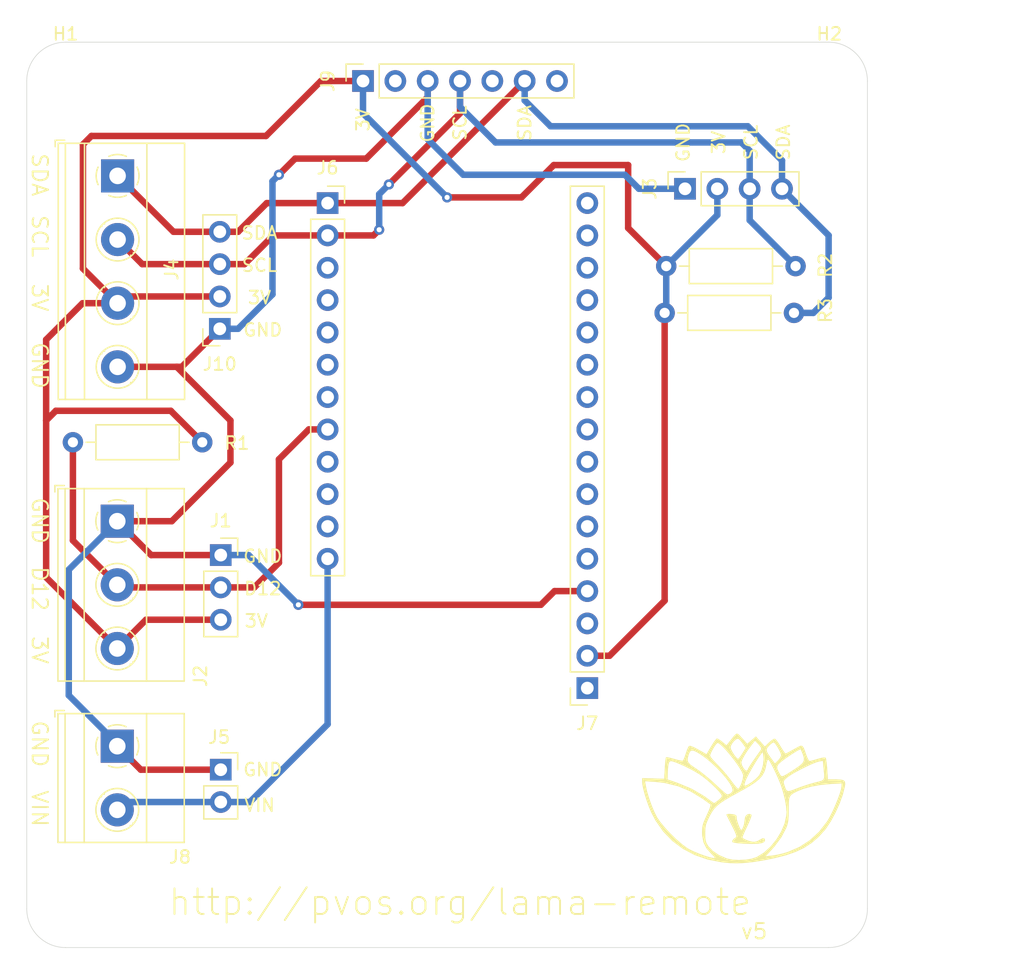
<source format=kicad_pcb>
(kicad_pcb (version 20171130) (host pcbnew 5.1.6-c6e7f7d~87~ubuntu18.04.1)

  (general
    (thickness 1.6)
    (drawings 39)
    (tracks 118)
    (zones 0)
    (modules 18)
    (nets 7)
  )

  (page A4)
  (layers
    (0 F.Cu signal)
    (31 B.Cu signal)
    (32 B.Adhes user)
    (33 F.Adhes user)
    (34 B.Paste user)
    (35 F.Paste user)
    (36 B.SilkS user)
    (37 F.SilkS user)
    (38 B.Mask user)
    (39 F.Mask user)
    (40 Dwgs.User user)
    (41 Cmts.User user)
    (42 Eco1.User user)
    (43 Eco2.User user)
    (44 Edge.Cuts user)
    (45 Margin user)
    (46 B.CrtYd user)
    (47 F.CrtYd user)
    (48 B.Fab user)
    (49 F.Fab user)
  )

  (setup
    (last_trace_width 0.25)
    (user_trace_width 0.3048)
    (user_trace_width 0.508)
    (trace_clearance 0.2)
    (zone_clearance 0.508)
    (zone_45_only no)
    (trace_min 0.2)
    (via_size 0.8)
    (via_drill 0.4)
    (via_min_size 0.4)
    (via_min_drill 0.3)
    (uvia_size 0.3)
    (uvia_drill 0.1)
    (uvias_allowed no)
    (uvia_min_size 0.2)
    (uvia_min_drill 0.1)
    (edge_width 0.05)
    (segment_width 0.2)
    (pcb_text_width 0.3)
    (pcb_text_size 1.5 1.5)
    (mod_edge_width 0.12)
    (mod_text_size 1 1)
    (mod_text_width 0.15)
    (pad_size 1.524 1.524)
    (pad_drill 0.762)
    (pad_to_mask_clearance 0.05)
    (aux_axis_origin 0 0)
    (visible_elements FFFDFF7F)
    (pcbplotparams
      (layerselection 0x010fc_ffffffff)
      (usegerberextensions false)
      (usegerberattributes true)
      (usegerberadvancedattributes true)
      (creategerberjobfile true)
      (excludeedgelayer true)
      (linewidth 0.100000)
      (plotframeref false)
      (viasonmask false)
      (mode 1)
      (useauxorigin false)
      (hpglpennumber 1)
      (hpglpenspeed 20)
      (hpglpendiameter 15.000000)
      (psnegative false)
      (psa4output false)
      (plotreference true)
      (plotvalue true)
      (plotinvisibletext false)
      (padsonsilk false)
      (subtractmaskfromsilk false)
      (outputformat 1)
      (mirror false)
      (drillshape 1)
      (scaleselection 1)
      (outputdirectory ""))
  )

  (net 0 "")
  (net 1 +3V3)
  (net 2 "Net-(J1-Pad2)")
  (net 3 GND)
  (net 4 SDA)
  (net 5 SCL)
  (net 6 "Net-(J5-Pad2)")

  (net_class Default "This is the default net class."
    (clearance 0.2)
    (trace_width 0.25)
    (via_dia 0.8)
    (via_drill 0.4)
    (uvia_dia 0.3)
    (uvia_drill 0.1)
    (add_net +3V3)
    (add_net GND)
    (add_net "Net-(J1-Pad2)")
    (add_net "Net-(J5-Pad2)")
    (add_net SCL)
    (add_net SDA)
  )

  (module remote:vlogS (layer F.Cu) (tedit 0) (tstamp 5F9159D1)
    (at 136.652 107.442)
    (fp_text reference G*** (at 0 0) (layer F.SilkS) hide
      (effects (font (size 1.524 1.524) (thickness 0.3)))
    )
    (fp_text value LOGO (at 0.75 0) (layer F.SilkS) hide
      (effects (font (size 1.524 1.524) (thickness 0.3)))
    )
    (fp_poly (pts (xy 0.538293 1.506449) (xy 0.548331 1.520761) (xy 0.534596 1.626365) (xy 0.457905 1.847647)
      (xy 0.331677 2.149158) (xy 0.214661 2.402258) (xy 0.055525 2.74133) (xy -0.071434 3.026127)
      (xy -0.150633 3.220812) (xy -0.169334 3.285303) (xy -0.095257 3.370526) (xy 0.091444 3.469034)
      (xy 0.337474 3.560277) (xy 0.589537 3.623706) (xy 0.752295 3.640667) (xy 0.99175 3.58777)
      (xy 1.215431 3.465831) (xy 1.42055 3.351882) (xy 1.559189 3.371189) (xy 1.608666 3.515684)
      (xy 1.547529 3.644121) (xy 1.358566 3.733328) (xy 1.033452 3.784234) (xy 0.563859 3.79777)
      (xy -0.058539 3.774866) (xy -0.465667 3.747326) (xy -0.723822 3.71601) (xy -0.909337 3.672091)
      (xy -0.957943 3.647077) (xy -0.959022 3.546882) (xy -0.860226 3.41277) (xy -0.706025 3.299361)
      (xy -0.657679 3.278282) (xy -0.634732 3.202024) (xy -0.691325 3.01061) (xy -0.831305 2.693407)
      (xy -0.973667 2.4052) (xy -1.1472 2.062351) (xy -1.291719 1.775182) (xy -1.390337 1.577354)
      (xy -1.425223 1.505144) (xy -1.37613 1.459688) (xy -1.214371 1.442389) (xy -0.994414 1.454189)
      (xy -0.778379 1.49395) (xy -0.636976 1.577258) (xy -0.628298 1.664065) (xy -0.625086 1.797311)
      (xy -0.572454 2.017073) (xy -0.48922 2.270488) (xy -0.394203 2.504694) (xy -0.306221 2.666829)
      (xy -0.2562 2.709333) (xy -0.18025 2.63544) (xy -0.098735 2.45286) (xy -0.032016 2.220241)
      (xy -0.000459 1.996234) (xy 0 1.971466) (xy 0.036909 1.735924) (xy 0.087645 1.6031)
      (xy 0.222406 1.477524) (xy 0.39831 1.440716) (xy 0.538293 1.506449)) (layer F.SilkS) (width 0.01))
    (fp_poly (pts (xy -0.515604 -4.845479) (xy -0.392072 -4.733901) (xy -0.216543 -4.536747) (xy -0.190757 -4.508098)
      (xy 0.211666 -4.063196) (xy 0.889 -4.642364) (xy 1.241299 -4.247349) (xy 1.593598 -3.852333)
      (xy 1.933826 -4.181184) (xy 2.139381 -4.354721) (xy 2.310961 -4.455744) (xy 2.386515 -4.466879)
      (xy 2.481036 -4.376853) (xy 2.628006 -4.178364) (xy 2.798306 -3.911341) (xy 2.826981 -3.862862)
      (xy 2.990972 -3.596133) (xy 3.127924 -3.398179) (xy 3.212595 -3.304926) (xy 3.221055 -3.302)
      (xy 3.320346 -3.3417) (xy 3.526592 -3.447334) (xy 3.800958 -3.598705) (xy 3.895816 -3.652937)
      (xy 4.200955 -3.826407) (xy 4.403911 -3.912521) (xy 4.539311 -3.895944) (xy 4.641779 -3.761342)
      (xy 4.745942 -3.493379) (xy 4.831604 -3.2385) (xy 4.93578 -2.969433) (xy 5.035962 -2.779282)
      (xy 5.108069 -2.710426) (xy 5.235049 -2.734971) (xy 5.470886 -2.798114) (xy 5.750871 -2.881988)
      (xy 6.03562 -2.958326) (xy 6.256936 -2.993863) (xy 6.365941 -2.981258) (xy 6.401779 -2.870679)
      (xy 6.439908 -2.631647) (xy 6.474618 -2.304852) (xy 6.491007 -2.09003) (xy 6.544872 -1.27)
      (xy 7.156736 -1.27) (xy 7.533342 -1.258006) (xy 7.76683 -1.208032) (xy 7.882561 -1.099091)
      (xy 7.905896 -0.910195) (xy 7.873161 -0.677114) (xy 7.710923 -0.047457) (xy 7.458415 0.646682)
      (xy 7.140651 1.351497) (xy 6.78264 2.013186) (xy 6.409397 2.577942) (xy 6.28794 2.732908)
      (xy 5.797671 3.269182) (xy 5.271818 3.721583) (xy 4.68742 4.101486) (xy 4.021513 4.42026)
      (xy 3.251138 4.68928) (xy 2.353331 4.919918) (xy 1.546967 5.080999) (xy 0.732518 5.213535)
      (xy 0.030474 5.292461) (xy -0.606588 5.320094) (xy -1.226096 5.29875) (xy -1.778 5.243363)
      (xy -2.890272 5.027108) (xy -3.914994 4.67172) (xy -4.844916 4.182314) (xy -5.672789 3.564004)
      (xy -6.391362 2.821903) (xy -6.993385 1.961126) (xy -7.322326 1.332709) (xy -7.505605 0.898082)
      (xy -7.680646 0.415506) (xy -7.834536 -0.071903) (xy -7.954362 -0.521031) (xy -8.027209 -0.888761)
      (xy -8.043334 -1.074542) (xy -8.043334 -1.127089) (xy -7.815201 -1.127089) (xy -7.75826 -0.770996)
      (xy -7.659289 -0.323378) (xy -7.500181 0.208829) (xy -7.3032 0.763063) (xy -7.090613 1.276758)
      (xy -6.884685 1.687353) (xy -6.881223 1.693333) (xy -6.618538 2.079582) (xy -6.259133 2.516796)
      (xy -5.837209 2.971109) (xy -5.386964 3.408656) (xy -4.942596 3.795569) (xy -4.538303 4.097983)
      (xy -4.320054 4.229619) (xy -3.964585 4.399636) (xy -3.558993 4.567729) (xy -3.148904 4.717693)
      (xy -2.779942 4.833326) (xy -2.497732 4.898425) (xy -2.413038 4.906878) (xy -2.338617 4.888591)
      (xy -2.369022 4.814156) (xy -2.516234 4.662458) (xy -2.591042 4.593167) (xy -2.984037 4.153242)
      (xy -3.224476 3.676631) (xy -3.329133 3.125718) (xy -3.334825 2.972381) (xy -3.090334 2.972381)
      (xy -3.083581 3.321537) (xy -3.05329 3.561289) (xy -2.984413 3.751352) (xy -2.861901 3.95144)
      (xy -2.833167 3.992879) (xy -2.499326 4.34545) (xy -2.02938 4.660483) (xy -1.45575 4.916952)
      (xy -1.354667 4.951759) (xy -0.943109 5.036564) (xy -0.444343 5.063613) (xy 0.079332 5.036235)
      (xy 0.56562 4.957759) (xy 0.952221 4.831515) (xy 0.959457 4.828071) (xy 1.058441 4.766728)
      (xy 1.651 4.766728) (xy 2.18361 4.712635) (xy 2.538459 4.656154) (xy 2.961108 4.559577)
      (xy 3.361305 4.443584) (xy 3.368943 4.441047) (xy 4.296234 4.04593) (xy 5.126513 3.512806)
      (xy 5.853424 2.846689) (xy 6.470613 2.052594) (xy 6.546262 1.934125) (xy 6.740898 1.589531)
      (xy 6.946884 1.170873) (xy 7.14916 0.715472) (xy 7.332668 0.260647) (xy 7.48235 -0.156283)
      (xy 7.583147 -0.497998) (xy 7.62 -0.726896) (xy 7.62 -0.956702) (xy 6.709833 -0.906237)
      (xy 5.956258 -0.832586) (xy 5.238359 -0.702213) (xy 4.60143 -0.52518) (xy 4.134351 -0.334018)
      (xy 3.863556 -0.193552) (xy 3.678798 -0.069707) (xy 3.563551 0.072971) (xy 3.501288 0.269933)
      (xy 3.475482 0.556632) (xy 3.469609 0.968521) (xy 3.469323 1.092622) (xy 3.46296 1.555497)
      (xy 3.441883 1.896151) (xy 3.399802 2.161484) (xy 3.330424 2.398401) (xy 3.27488 2.542046)
      (xy 2.892883 3.271999) (xy 2.344111 4.011637) (xy 2.078359 4.30953) (xy 1.651 4.766728)
      (xy 1.058441 4.766728) (xy 1.52254 4.479114) (xy 2.044537 4.008066) (xy 2.503691 3.447776)
      (xy 2.878247 2.831092) (xy 3.14645 2.190863) (xy 3.286546 1.559939) (xy 3.302 1.290975)
      (xy 3.267852 0.853679) (xy 3.174094 0.321209) (xy 3.033757 -0.248644) (xy 2.85987 -0.798091)
      (xy 2.78799 -0.988796) (xy 3.076347 -0.988796) (xy 3.131407 -0.80052) (xy 3.219688 -0.546807)
      (xy 3.308666 -0.398227) (xy 3.43383 -0.345632) (xy 3.630667 -0.379875) (xy 3.934667 -0.49181)
      (xy 4.088309 -0.553887) (xy 4.525448 -0.716435) (xy 5.026157 -0.880249) (xy 5.488229 -1.012069)
      (xy 5.5245 -1.021245) (xy 5.860853 -1.104279) (xy 6.080993 -1.176023) (xy 6.205926 -1.271002)
      (xy 6.256658 -1.423741) (xy 6.254196 -1.668766) (xy 6.219547 -2.040602) (xy 6.209318 -2.146789)
      (xy 6.154507 -2.727244) (xy 5.870116 -2.681094) (xy 5.633011 -2.612558) (xy 5.291295 -2.475932)
      (xy 4.884971 -2.291218) (xy 4.454046 -2.078417) (xy 4.038522 -1.857531) (xy 3.678405 -1.64856)
      (xy 3.413699 -1.471505) (xy 3.353206 -1.422711) (xy 3.162092 -1.248871) (xy 3.077088 -1.12466)
      (xy 3.076347 -0.988796) (xy 2.78799 -0.988796) (xy 2.787982 -0.988816) (xy 2.622604 -1.385148)
      (xy 2.440347 -1.789579) (xy 2.257569 -2.169294) (xy 2.20107 -2.278331) (xy 2.561231 -2.278331)
      (xy 2.57173 -2.095437) (xy 2.669922 -1.868708) (xy 2.722605 -1.772486) (xy 2.799357 -1.634542)
      (xy 2.866054 -1.546541) (xy 2.94839 -1.515002) (xy 3.072057 -1.546441) (xy 3.262748 -1.647377)
      (xy 3.546155 -1.824328) (xy 3.946792 -2.083052) (xy 4.312977 -2.333084) (xy 4.544032 -2.539229)
      (xy 4.65544 -2.734997) (xy 4.662683 -2.953895) (xy 4.581242 -3.229433) (xy 4.532472 -3.350678)
      (xy 4.408277 -3.647917) (xy 4.130305 -3.507033) (xy 3.936537 -3.394357) (xy 3.654997 -3.212991)
      (xy 3.334267 -2.994654) (xy 3.196166 -2.897132) (xy 2.859423 -2.645866) (xy 2.652453 -2.450704)
      (xy 2.561231 -2.278331) (xy 2.20107 -2.278331) (xy 2.090624 -2.491479) (xy 1.955869 -2.72332)
      (xy 1.869661 -2.832004) (xy 1.869052 -2.832387) (xy 1.805653 -2.792347) (xy 1.748925 -2.629838)
      (xy 1.736515 -2.56352) (xy 1.660219 -2.177102) (xy 1.551142 -1.850852) (xy 1.390435 -1.565046)
      (xy 1.159246 -1.299958) (xy 0.838723 -1.035864) (xy 0.410015 -0.753038) (xy -0.14573 -0.431757)
      (xy -0.47071 -0.254) (xy -1.069353 0.075758) (xy -1.53805 0.352241) (xy -1.899859 0.59472)
      (xy -2.177843 0.822466) (xy -2.395058 1.05475) (xy -2.574566 1.310843) (xy -2.739427 1.610017)
      (xy -2.766841 1.664899) (xy -2.93056 2.012671) (xy -3.027667 2.281598) (xy -3.075096 2.540126)
      (xy -3.089781 2.856699) (xy -3.090334 2.972381) (xy -3.334825 2.972381) (xy -3.336733 2.921)
      (xy -3.330614 2.627005) (xy -3.298567 2.381895) (xy -3.226306 2.132228) (xy -3.099543 1.824559)
      (xy -2.967159 1.5385) (xy -2.804401 1.172434) (xy -2.701215 0.893617) (xy -2.66597 0.726499)
      (xy -2.677306 0.691833) (xy -2.782178 0.617957) (xy -2.98486 0.473455) (xy -3.245714 0.286604)
      (xy -3.306517 0.24295) (xy -4.242935 -0.328183) (xy -5.241513 -0.742038) (xy -6.297987 -0.997098)
      (xy -7.019101 -1.077353) (xy -7.815201 -1.127089) (xy -8.043334 -1.127089) (xy -8.043334 -1.270506)
      (xy -6.053667 -1.270506) (xy -5.245332 -0.990806) (xy -4.167037 -0.541662) (xy -3.194486 0.026257)
      (xy -2.884543 0.247821) (xy -2.649308 0.420913) (xy -2.472605 0.544694) (xy -2.392283 0.592659)
      (xy -2.39206 0.592667) (xy -2.311091 0.546145) (xy -2.146161 0.429167) (xy -2.068685 0.370951)
      (xy -1.889172 0.209565) (xy -1.786979 0.070271) (xy -1.778 0.035382) (xy -1.840739 -0.105885)
      (xy -2.01138 -0.324662) (xy -2.263562 -0.595274) (xy -2.570923 -0.892048) (xy -2.907101 -1.189309)
      (xy -3.245733 -1.461383) (xy -3.504892 -1.646447) (xy -3.840612 -1.852137) (xy -4.235659 -2.067774)
      (xy -4.65367 -2.276466) (xy -5.058282 -2.461326) (xy -5.413133 -2.605463) (xy -5.681859 -2.691987)
      (xy -5.793261 -2.709333) (xy -5.89128 -2.667751) (xy -5.959668 -2.52793) (xy -6.004409 -2.267261)
      (xy -6.031484 -1.863136) (xy -6.033999 -1.79942) (xy -6.053667 -1.270506) (xy -8.043334 -1.270506)
      (xy -8.043334 -1.36814) (xy -7.175501 -1.344532) (xy -6.307667 -1.320924) (xy -6.265301 -2.135106)
      (xy -6.241744 -2.490651) (xy -6.213117 -2.779682) (xy -6.183862 -2.962352) (xy -6.168422 -3.003801)
      (xy -6.066763 -3.007332) (xy -5.848726 -2.966347) (xy -5.558704 -2.889494) (xy -5.515814 -2.876648)
      (xy -5.215945 -2.79416) (xy -4.978691 -2.744772) (xy -4.850264 -2.737853) (xy -4.844156 -2.740446)
      (xy -4.835097 -2.755147) (xy -4.475616 -2.755147) (xy -4.410905 -2.59047) (xy -4.248815 -2.42635)
      (xy -3.970258 -2.227162) (xy -3.788834 -2.108152) (xy -3.443272 -1.862786) (xy -3.033425 -1.539853)
      (xy -2.613053 -1.183194) (xy -2.270066 -0.869524) (xy -1.960608 -0.579906) (xy -1.689757 -0.338497)
      (xy -1.482991 -0.167133) (xy -1.365792 -0.087655) (xy -1.354333 -0.084667) (xy -1.206595 -0.121973)
      (xy -1.095101 -0.172312) (xy -0.962203 -0.315722) (xy -0.931334 -0.433131) (xy -0.994832 -0.666965)
      (xy -1.171345 -0.980681) (xy -1.439899 -1.350618) (xy -1.779522 -1.753117) (xy -2.169242 -2.164515)
      (xy -2.588084 -2.561153) (xy -3.015077 -2.919368) (xy -3.304917 -3.130396) (xy -2.707356 -3.130396)
      (xy -2.650785 -3.019029) (xy -2.496916 -2.823888) (xy -2.272216 -2.576767) (xy -2.108264 -2.410729)
      (xy -1.772469 -2.05736) (xy -1.416707 -1.645439) (xy -1.105721 -1.250761) (xy -1.04021 -1.160352)
      (xy -0.8307 -0.879365) (xy -0.649899 -0.66445) (xy -0.523278 -0.544521) (xy -0.484796 -0.529846)
      (xy -0.407887 -0.619708) (xy -0.317857 -0.79277) (xy -0.00719 -0.79277) (xy 0.086342 -0.778612)
      (xy 0.287646 -0.877145) (xy 0.563182 -1.054221) (xy 0.832613 -1.26363) (xy 1.06642 -1.49308)
      (xy 1.173585 -1.631991) (xy 1.337899 -1.990172) (xy 1.452168 -2.418405) (xy 1.500525 -2.840614)
      (xy 1.48275 -3.114332) (xy 1.424902 -3.422692) (xy 1.260058 -3.214179) (xy 1.081972 -2.962578)
      (xy 0.858479 -2.60962) (xy 0.617818 -2.204154) (xy 0.388226 -1.79503) (xy 0.19794 -1.431098)
      (xy 0.07911 -1.171238) (xy -0.005438 -0.922639) (xy -0.00719 -0.79277) (xy -0.317857 -0.79277)
      (xy -0.303862 -0.819672) (xy -0.23048 -0.995904) (xy -0.137624 -1.30764) (xy -0.107699 -1.564659)
      (xy -0.116695 -1.640083) (xy -0.208253 -1.863513) (xy -0.379581 -2.15963) (xy -0.610144 -2.502992)
      (xy -0.672795 -2.587958) (xy -0.254 -2.587958) (xy -0.21009 -2.399919) (xy -0.103687 -2.189826)
      (xy 0.027214 -2.018644) (xy 0.144617 -1.947337) (xy 0.145254 -1.947333) (xy 0.245568 -2.006474)
      (xy 0.254 -2.043502) (xy 0.300648 -2.149629) (xy 0.426246 -2.357711) (xy 0.609274 -2.633394)
      (xy 0.744629 -2.826668) (xy 0.960904 -3.131068) (xy 1.143799 -3.391373) (xy 1.26821 -3.571702)
      (xy 1.302293 -3.623492) (xy 1.731012 -3.623492) (xy 1.749503 -3.464378) (xy 1.86007 -3.253541)
      (xy 2.068727 -2.953661) (xy 2.114649 -2.890783) (xy 2.384841 -2.521899) (xy 2.631753 -2.758457)
      (xy 2.790971 -2.953515) (xy 2.874847 -3.139206) (xy 2.878666 -3.174264) (xy 2.833413 -3.339112)
      (xy 2.719905 -3.580757) (xy 2.571515 -3.840553) (xy 2.421617 -4.059855) (xy 2.307693 -4.177593)
      (xy 2.207855 -4.151189) (xy 2.043386 -4.028767) (xy 1.946193 -3.935824) (xy 1.798581 -3.768201)
      (xy 1.731012 -3.623492) (xy 1.302293 -3.623492) (xy 1.304481 -3.626816) (xy 1.293534 -3.769917)
      (xy 1.133006 -3.98747) (xy 1.097859 -4.024563) (xy 0.822016 -4.309161) (xy 0.508795 -3.911414)
      (xy 0.246403 -3.554711) (xy 0.019626 -3.202732) (xy -0.150566 -2.891862) (xy -0.243203 -2.658484)
      (xy -0.254 -2.587958) (xy -0.672795 -2.587958) (xy -0.879405 -2.868158) (xy -1.166828 -3.229688)
      (xy -1.451878 -3.562139) (xy -1.6602 -3.783011) (xy -1.100667 -3.783011) (xy -1.055982 -3.624263)
      (xy -0.943791 -3.404955) (xy -0.79689 -3.175121) (xy -0.648074 -2.984801) (xy -0.530138 -2.88403)
      (xy -0.507938 -2.878667) (xy -0.429776 -2.945202) (xy -0.298099 -3.117902) (xy -0.171595 -3.3114)
      (xy 0.094668 -3.744132) (xy -0.140194 -4.083039) (xy -0.302977 -4.292709) (xy -0.447609 -4.437465)
      (xy -0.49709 -4.468774) (xy -0.631421 -4.440416) (xy -0.799515 -4.306814) (xy -0.960306 -4.114627)
      (xy -1.072728 -3.910513) (xy -1.100667 -3.783011) (xy -1.6602 -3.783011) (xy -1.714019 -3.840071)
      (xy -1.932715 -4.038043) (xy -2.087429 -4.130612) (xy -2.128161 -4.132015) (xy -2.232074 -4.038624)
      (xy -2.372108 -3.842441) (xy -2.517696 -3.596324) (xy -2.638274 -3.35313) (xy -2.703277 -3.165718)
      (xy -2.707356 -3.130396) (xy -3.304917 -3.130396) (xy -3.353584 -3.165829) (xy -3.722932 -3.398931)
      (xy -3.987254 -3.522804) (xy -4.169719 -3.538854) (xy -4.293495 -3.448487) (xy -4.38175 -3.253108)
      (xy -4.389265 -3.228677) (xy -4.462039 -2.956007) (xy -4.475616 -2.755147) (xy -4.835097 -2.755147)
      (xy -4.782861 -2.839915) (xy -4.696491 -3.053728) (xy -4.615252 -3.298968) (xy -4.518898 -3.580771)
      (xy -4.424317 -3.798392) (xy -4.361811 -3.893441) (xy -4.235608 -3.899062) (xy -3.987616 -3.803172)
      (xy -3.625341 -3.611066) (xy -2.98697 -3.247275) (xy -2.621449 -3.867304) (xy -2.444988 -4.149321)
      (xy -2.291081 -4.364236) (xy -2.185017 -4.477831) (xy -2.163255 -4.487333) (xy -2.048616 -4.437094)
      (xy -1.85988 -4.309095) (xy -1.743196 -4.217474) (xy -1.415809 -3.947614) (xy -1.152405 -4.276263)
      (xy -0.905538 -4.586871) (xy -0.739204 -4.779951) (xy -0.62027 -4.863491) (xy -0.515604 -4.845479)) (layer F.SilkS) (width 0.01))
  )

  (module Connector_PinSocket_2.54mm:PinSocket_1x07_P2.54mm_Vertical (layer F.Cu) (tedit 5A19A433) (tstamp 5F90F264)
    (at 106.68 51.308 90)
    (descr "Through hole straight socket strip, 1x07, 2.54mm pitch, single row (from Kicad 4.0.7), script generated")
    (tags "Through hole socket strip THT 1x07 2.54mm single row")
    (path /5F9935EF)
    (fp_text reference J9 (at 0 -2.77 90) (layer F.SilkS)
      (effects (font (size 1 1) (thickness 0.15)))
    )
    (fp_text value "Adafruit BME280" (at 0 18.01 90) (layer F.Fab)
      (effects (font (size 1 1) (thickness 0.15)))
    )
    (fp_line (start -1.8 17) (end -1.8 -1.8) (layer F.CrtYd) (width 0.05))
    (fp_line (start 1.75 17) (end -1.8 17) (layer F.CrtYd) (width 0.05))
    (fp_line (start 1.75 -1.8) (end 1.75 17) (layer F.CrtYd) (width 0.05))
    (fp_line (start -1.8 -1.8) (end 1.75 -1.8) (layer F.CrtYd) (width 0.05))
    (fp_line (start 0 -1.33) (end 1.33 -1.33) (layer F.SilkS) (width 0.12))
    (fp_line (start 1.33 -1.33) (end 1.33 0) (layer F.SilkS) (width 0.12))
    (fp_line (start 1.33 1.27) (end 1.33 16.57) (layer F.SilkS) (width 0.12))
    (fp_line (start -1.33 16.57) (end 1.33 16.57) (layer F.SilkS) (width 0.12))
    (fp_line (start -1.33 1.27) (end -1.33 16.57) (layer F.SilkS) (width 0.12))
    (fp_line (start -1.33 1.27) (end 1.33 1.27) (layer F.SilkS) (width 0.12))
    (fp_line (start -1.27 16.51) (end -1.27 -1.27) (layer F.Fab) (width 0.1))
    (fp_line (start 1.27 16.51) (end -1.27 16.51) (layer F.Fab) (width 0.1))
    (fp_line (start 1.27 -0.635) (end 1.27 16.51) (layer F.Fab) (width 0.1))
    (fp_line (start 0.635 -1.27) (end 1.27 -0.635) (layer F.Fab) (width 0.1))
    (fp_line (start -1.27 -1.27) (end 0.635 -1.27) (layer F.Fab) (width 0.1))
    (fp_text user %R (at 0 7.62) (layer F.Fab)
      (effects (font (size 1 1) (thickness 0.15)))
    )
    (pad 7 thru_hole oval (at 0 15.24 90) (size 1.7 1.7) (drill 1) (layers *.Cu *.Mask))
    (pad 6 thru_hole oval (at 0 12.7 90) (size 1.7 1.7) (drill 1) (layers *.Cu *.Mask)
      (net 4 SDA))
    (pad 5 thru_hole oval (at 0 10.16 90) (size 1.7 1.7) (drill 1) (layers *.Cu *.Mask))
    (pad 4 thru_hole oval (at 0 7.62 90) (size 1.7 1.7) (drill 1) (layers *.Cu *.Mask)
      (net 5 SCL))
    (pad 3 thru_hole oval (at 0 5.08 90) (size 1.7 1.7) (drill 1) (layers *.Cu *.Mask)
      (net 3 GND))
    (pad 2 thru_hole oval (at 0 2.54 90) (size 1.7 1.7) (drill 1) (layers *.Cu *.Mask))
    (pad 1 thru_hole rect (at 0 0 90) (size 1.7 1.7) (drill 1) (layers *.Cu *.Mask)
      (net 1 +3V3))
    (model ${KISYS3DMOD}/Connector_PinSocket_2.54mm.3dshapes/PinSocket_1x07_P2.54mm_Vertical.wrl
      (at (xyz 0 0 0))
      (scale (xyz 1 1 1))
      (rotate (xyz 0 0 0))
    )
  )

  (module MountingHole:MountingHole_2.7mm_M2.5 (layer F.Cu) (tedit 56D1B4CB) (tstamp 5F90E09D)
    (at 143.312 116.3)
    (descr "Mounting Hole 2.7mm, no annular, M2.5")
    (tags "mounting hole 2.7mm no annular m2.5")
    (path /5F9D006D)
    (attr virtual)
    (fp_text reference H4 (at 0 -3.7) (layer F.SilkS) hide
      (effects (font (size 1 1) (thickness 0.15)))
    )
    (fp_text value MountingHole (at 0 3.7) (layer F.Fab)
      (effects (font (size 1 1) (thickness 0.15)))
    )
    (fp_circle (center 0 0) (end 2.95 0) (layer F.CrtYd) (width 0.05))
    (fp_circle (center 0 0) (end 2.7 0) (layer Cmts.User) (width 0.15))
    (fp_text user %R (at 0.3 0) (layer F.Fab)
      (effects (font (size 1 1) (thickness 0.15)))
    )
    (pad 1 np_thru_hole circle (at 0 0) (size 2.7 2.7) (drill 2.7) (layers *.Cu *.Mask))
  )

  (module MountingHole:MountingHole_2.7mm_M2.5 (layer F.Cu) (tedit 56D1B4CB) (tstamp 5F90F729)
    (at 83.312 116.3)
    (descr "Mounting Hole 2.7mm, no annular, M2.5")
    (tags "mounting hole 2.7mm no annular m2.5")
    (path /5F9CFBAC)
    (attr virtual)
    (fp_text reference H3 (at 0 -3.7) (layer F.SilkS) hide
      (effects (font (size 1 1) (thickness 0.15)))
    )
    (fp_text value MountingHole (at 0 3.7) (layer F.Fab)
      (effects (font (size 1 1) (thickness 0.15)))
    )
    (fp_circle (center 0 0) (end 2.7 0) (layer Cmts.User) (width 0.15))
    (fp_circle (center 0 0) (end 2.95 0) (layer F.CrtYd) (width 0.05))
    (fp_text user %R (at 0.3 0) (layer F.Fab)
      (effects (font (size 1 1) (thickness 0.15)))
    )
    (pad 1 np_thru_hole circle (at 0 0) (size 2.7 2.7) (drill 2.7) (layers *.Cu *.Mask))
  )

  (module MountingHole:MountingHole_2.7mm_M2.5 (layer F.Cu) (tedit 56D1B4CB) (tstamp 5F90E08D)
    (at 143.312 51.308)
    (descr "Mounting Hole 2.7mm, no annular, M2.5")
    (tags "mounting hole 2.7mm no annular m2.5")
    (path /5F9CF5FF)
    (attr virtual)
    (fp_text reference H2 (at 0 -3.7) (layer F.SilkS)
      (effects (font (size 1 1) (thickness 0.15)))
    )
    (fp_text value MountingHole (at 0 3.7) (layer F.Fab)
      (effects (font (size 1 1) (thickness 0.15)))
    )
    (fp_circle (center 0 0) (end 2.95 0) (layer F.CrtYd) (width 0.05))
    (fp_circle (center 0 0) (end 2.7 0) (layer Cmts.User) (width 0.15))
    (fp_text user %R (at 0.3 0) (layer F.Fab)
      (effects (font (size 1 1) (thickness 0.15)))
    )
    (pad 1 np_thru_hole circle (at 0 0) (size 2.7 2.7) (drill 2.7) (layers *.Cu *.Mask))
  )

  (module MountingHole:MountingHole_2.7mm_M2.5 (layer F.Cu) (tedit 56D1B4CB) (tstamp 5F90E085)
    (at 83.312 51.308)
    (descr "Mounting Hole 2.7mm, no annular, M2.5")
    (tags "mounting hole 2.7mm no annular m2.5")
    (path /5F9CF16D)
    (attr virtual)
    (fp_text reference H1 (at 0 -3.7) (layer F.SilkS)
      (effects (font (size 1 1) (thickness 0.15)))
    )
    (fp_text value MountingHole (at 0 3.7) (layer F.Fab) hide
      (effects (font (size 1 1) (thickness 0.15)))
    )
    (fp_circle (center 0 0) (end 2.7 0) (layer Cmts.User) (width 0.15))
    (fp_circle (center 0 0) (end 2.95 0) (layer F.CrtYd) (width 0.05))
    (fp_text user %R (at 0.3 0) (layer F.Fab)
      (effects (font (size 1 1) (thickness 0.15)))
    )
    (pad 1 np_thru_hole circle (at 0 0) (size 2.7 2.7) (drill 2.7) (layers *.Cu *.Mask))
  )

  (module Connector_PinSocket_2.54mm:PinSocket_1x04_P2.54mm_Vertical (layer F.Cu) (tedit 5A19A429) (tstamp 5F90D0C9)
    (at 95.43 70.775 180)
    (descr "Through hole straight socket strip, 1x04, 2.54mm pitch, single row (from Kicad 4.0.7), script generated")
    (tags "Through hole socket strip THT 1x04 2.54mm single row")
    (path /5F9B61C7)
    (fp_text reference J10 (at 0 -2.77) (layer F.SilkS)
      (effects (font (size 1 1) (thickness 0.15)))
    )
    (fp_text value Conn_01x04_Female (at 0 10.39) (layer F.Fab)
      (effects (font (size 1 1) (thickness 0.15)))
    )
    (fp_line (start -1.8 9.4) (end -1.8 -1.8) (layer F.CrtYd) (width 0.05))
    (fp_line (start 1.75 9.4) (end -1.8 9.4) (layer F.CrtYd) (width 0.05))
    (fp_line (start 1.75 -1.8) (end 1.75 9.4) (layer F.CrtYd) (width 0.05))
    (fp_line (start -1.8 -1.8) (end 1.75 -1.8) (layer F.CrtYd) (width 0.05))
    (fp_line (start 0 -1.33) (end 1.33 -1.33) (layer F.SilkS) (width 0.12))
    (fp_line (start 1.33 -1.33) (end 1.33 0) (layer F.SilkS) (width 0.12))
    (fp_line (start 1.33 1.27) (end 1.33 8.95) (layer F.SilkS) (width 0.12))
    (fp_line (start -1.33 8.95) (end 1.33 8.95) (layer F.SilkS) (width 0.12))
    (fp_line (start -1.33 1.27) (end -1.33 8.95) (layer F.SilkS) (width 0.12))
    (fp_line (start -1.33 1.27) (end 1.33 1.27) (layer F.SilkS) (width 0.12))
    (fp_line (start -1.27 8.89) (end -1.27 -1.27) (layer F.Fab) (width 0.1))
    (fp_line (start 1.27 8.89) (end -1.27 8.89) (layer F.Fab) (width 0.1))
    (fp_line (start 1.27 -0.635) (end 1.27 8.89) (layer F.Fab) (width 0.1))
    (fp_line (start 0.635 -1.27) (end 1.27 -0.635) (layer F.Fab) (width 0.1))
    (fp_line (start -1.27 -1.27) (end 0.635 -1.27) (layer F.Fab) (width 0.1))
    (fp_text user %R (at 0 3.81 90) (layer F.Fab)
      (effects (font (size 1 1) (thickness 0.15)))
    )
    (pad 4 thru_hole oval (at 0 7.62 180) (size 1.7 1.7) (drill 1) (layers *.Cu *.Mask)
      (net 4 SDA))
    (pad 3 thru_hole oval (at 0 5.08 180) (size 1.7 1.7) (drill 1) (layers *.Cu *.Mask)
      (net 5 SCL))
    (pad 2 thru_hole oval (at 0 2.54 180) (size 1.7 1.7) (drill 1) (layers *.Cu *.Mask)
      (net 1 +3V3))
    (pad 1 thru_hole rect (at 0 0 180) (size 1.7 1.7) (drill 1) (layers *.Cu *.Mask)
      (net 3 GND))
    (model ${KISYS3DMOD}/Connector_PinSocket_2.54mm.3dshapes/PinSocket_1x04_P2.54mm_Vertical.wrl
      (at (xyz 0 0 0))
      (scale (xyz 1 1 1))
      (rotate (xyz 0 0 0))
    )
  )

  (module Resistor_THT:R_Axial_DIN0207_L6.3mm_D2.5mm_P10.16mm_Horizontal (layer F.Cu) (tedit 5AE5139B) (tstamp 5F90C0AA)
    (at 130.375 69.525)
    (descr "Resistor, Axial_DIN0207 series, Axial, Horizontal, pin pitch=10.16mm, 0.25W = 1/4W, length*diameter=6.3*2.5mm^2, http://cdn-reichelt.de/documents/datenblatt/B400/1_4W%23YAG.pdf")
    (tags "Resistor Axial_DIN0207 series Axial Horizontal pin pitch 10.16mm 0.25W = 1/4W length 6.3mm diameter 2.5mm")
    (path /5F98BC9A)
    (fp_text reference R3 (at 12.627 -0.183 90) (layer F.SilkS)
      (effects (font (size 1 1) (thickness 0.15)))
    )
    (fp_text value R (at 5.08 2.37) (layer F.Fab)
      (effects (font (size 1 1) (thickness 0.15)))
    )
    (fp_line (start 11.21 -1.5) (end -1.05 -1.5) (layer F.CrtYd) (width 0.05))
    (fp_line (start 11.21 1.5) (end 11.21 -1.5) (layer F.CrtYd) (width 0.05))
    (fp_line (start -1.05 1.5) (end 11.21 1.5) (layer F.CrtYd) (width 0.05))
    (fp_line (start -1.05 -1.5) (end -1.05 1.5) (layer F.CrtYd) (width 0.05))
    (fp_line (start 9.12 0) (end 8.35 0) (layer F.SilkS) (width 0.12))
    (fp_line (start 1.04 0) (end 1.81 0) (layer F.SilkS) (width 0.12))
    (fp_line (start 8.35 -1.37) (end 1.81 -1.37) (layer F.SilkS) (width 0.12))
    (fp_line (start 8.35 1.37) (end 8.35 -1.37) (layer F.SilkS) (width 0.12))
    (fp_line (start 1.81 1.37) (end 8.35 1.37) (layer F.SilkS) (width 0.12))
    (fp_line (start 1.81 -1.37) (end 1.81 1.37) (layer F.SilkS) (width 0.12))
    (fp_line (start 10.16 0) (end 8.23 0) (layer F.Fab) (width 0.1))
    (fp_line (start 0 0) (end 1.93 0) (layer F.Fab) (width 0.1))
    (fp_line (start 8.23 -1.25) (end 1.93 -1.25) (layer F.Fab) (width 0.1))
    (fp_line (start 8.23 1.25) (end 8.23 -1.25) (layer F.Fab) (width 0.1))
    (fp_line (start 1.93 1.25) (end 8.23 1.25) (layer F.Fab) (width 0.1))
    (fp_line (start 1.93 -1.25) (end 1.93 1.25) (layer F.Fab) (width 0.1))
    (fp_text user %R (at 5.08 0) (layer F.Fab)
      (effects (font (size 1 1) (thickness 0.15)))
    )
    (pad 2 thru_hole oval (at 10.16 0) (size 1.6 1.6) (drill 0.8) (layers *.Cu *.Mask)
      (net 4 SDA))
    (pad 1 thru_hole circle (at 0 0) (size 1.6 1.6) (drill 0.8) (layers *.Cu *.Mask)
      (net 1 +3V3))
    (model ${KISYS3DMOD}/Resistor_THT.3dshapes/R_Axial_DIN0207_L6.3mm_D2.5mm_P10.16mm_Horizontal.wrl
      (at (xyz 0 0 0))
      (scale (xyz 1 1 1))
      (rotate (xyz 0 0 0))
    )
  )

  (module Resistor_THT:R_Axial_DIN0207_L6.3mm_D2.5mm_P10.16mm_Horizontal (layer F.Cu) (tedit 5AE5139B) (tstamp 5F90BFF6)
    (at 130.5 65.85)
    (descr "Resistor, Axial_DIN0207 series, Axial, Horizontal, pin pitch=10.16mm, 0.25W = 1/4W, length*diameter=6.3*2.5mm^2, http://cdn-reichelt.de/documents/datenblatt/B400/1_4W%23YAG.pdf")
    (tags "Resistor Axial_DIN0207 series Axial Horizontal pin pitch 10.16mm 0.25W = 1/4W length 6.3mm diameter 2.5mm")
    (path /5F989DB1)
    (fp_text reference R2 (at 12.502 -0.064 90) (layer F.SilkS)
      (effects (font (size 1 1) (thickness 0.15)))
    )
    (fp_text value R (at 5.08 2.37) (layer F.Fab)
      (effects (font (size 1 1) (thickness 0.15)))
    )
    (fp_line (start 11.21 -1.5) (end -1.05 -1.5) (layer F.CrtYd) (width 0.05))
    (fp_line (start 11.21 1.5) (end 11.21 -1.5) (layer F.CrtYd) (width 0.05))
    (fp_line (start -1.05 1.5) (end 11.21 1.5) (layer F.CrtYd) (width 0.05))
    (fp_line (start -1.05 -1.5) (end -1.05 1.5) (layer F.CrtYd) (width 0.05))
    (fp_line (start 9.12 0) (end 8.35 0) (layer F.SilkS) (width 0.12))
    (fp_line (start 1.04 0) (end 1.81 0) (layer F.SilkS) (width 0.12))
    (fp_line (start 8.35 -1.37) (end 1.81 -1.37) (layer F.SilkS) (width 0.12))
    (fp_line (start 8.35 1.37) (end 8.35 -1.37) (layer F.SilkS) (width 0.12))
    (fp_line (start 1.81 1.37) (end 8.35 1.37) (layer F.SilkS) (width 0.12))
    (fp_line (start 1.81 -1.37) (end 1.81 1.37) (layer F.SilkS) (width 0.12))
    (fp_line (start 10.16 0) (end 8.23 0) (layer F.Fab) (width 0.1))
    (fp_line (start 0 0) (end 1.93 0) (layer F.Fab) (width 0.1))
    (fp_line (start 8.23 -1.25) (end 1.93 -1.25) (layer F.Fab) (width 0.1))
    (fp_line (start 8.23 1.25) (end 8.23 -1.25) (layer F.Fab) (width 0.1))
    (fp_line (start 1.93 1.25) (end 8.23 1.25) (layer F.Fab) (width 0.1))
    (fp_line (start 1.93 -1.25) (end 1.93 1.25) (layer F.Fab) (width 0.1))
    (fp_text user %R (at 5.08 0) (layer F.Fab)
      (effects (font (size 1 1) (thickness 0.15)))
    )
    (pad 2 thru_hole oval (at 10.16 0) (size 1.6 1.6) (drill 0.8) (layers *.Cu *.Mask)
      (net 5 SCL))
    (pad 1 thru_hole circle (at 0 0) (size 1.6 1.6) (drill 0.8) (layers *.Cu *.Mask)
      (net 1 +3V3))
    (model ${KISYS3DMOD}/Resistor_THT.3dshapes/R_Axial_DIN0207_L6.3mm_D2.5mm_P10.16mm_Horizontal.wrl
      (at (xyz 0 0 0))
      (scale (xyz 1 1 1))
      (rotate (xyz 0 0 0))
    )
  )

  (module Resistor_THT:R_Axial_DIN0207_L6.3mm_D2.5mm_P10.16mm_Horizontal (layer F.Cu) (tedit 5AE5139B) (tstamp 5F909416)
    (at 94.051 79.688 180)
    (descr "Resistor, Axial_DIN0207 series, Axial, Horizontal, pin pitch=10.16mm, 0.25W = 1/4W, length*diameter=6.3*2.5mm^2, http://cdn-reichelt.de/documents/datenblatt/B400/1_4W%23YAG.pdf")
    (tags "Resistor Axial_DIN0207 series Axial Horizontal pin pitch 10.16mm 0.25W = 1/4W length 6.3mm diameter 2.5mm")
    (path /5F915BE1)
    (fp_text reference R1 (at -2.723 -0.068) (layer F.SilkS)
      (effects (font (size 1 1) (thickness 0.15)))
    )
    (fp_text value R (at 5.08 2.37) (layer F.Fab)
      (effects (font (size 1 1) (thickness 0.15)))
    )
    (fp_line (start 11.21 -1.5) (end -1.05 -1.5) (layer F.CrtYd) (width 0.05))
    (fp_line (start 11.21 1.5) (end 11.21 -1.5) (layer F.CrtYd) (width 0.05))
    (fp_line (start -1.05 1.5) (end 11.21 1.5) (layer F.CrtYd) (width 0.05))
    (fp_line (start -1.05 -1.5) (end -1.05 1.5) (layer F.CrtYd) (width 0.05))
    (fp_line (start 9.12 0) (end 8.35 0) (layer F.SilkS) (width 0.12))
    (fp_line (start 1.04 0) (end 1.81 0) (layer F.SilkS) (width 0.12))
    (fp_line (start 8.35 -1.37) (end 1.81 -1.37) (layer F.SilkS) (width 0.12))
    (fp_line (start 8.35 1.37) (end 8.35 -1.37) (layer F.SilkS) (width 0.12))
    (fp_line (start 1.81 1.37) (end 8.35 1.37) (layer F.SilkS) (width 0.12))
    (fp_line (start 1.81 -1.37) (end 1.81 1.37) (layer F.SilkS) (width 0.12))
    (fp_line (start 10.16 0) (end 8.23 0) (layer F.Fab) (width 0.1))
    (fp_line (start 0 0) (end 1.93 0) (layer F.Fab) (width 0.1))
    (fp_line (start 8.23 -1.25) (end 1.93 -1.25) (layer F.Fab) (width 0.1))
    (fp_line (start 8.23 1.25) (end 8.23 -1.25) (layer F.Fab) (width 0.1))
    (fp_line (start 1.93 1.25) (end 8.23 1.25) (layer F.Fab) (width 0.1))
    (fp_line (start 1.93 -1.25) (end 1.93 1.25) (layer F.Fab) (width 0.1))
    (fp_text user %R (at 5.08 0) (layer F.Fab)
      (effects (font (size 1 1) (thickness 0.15)))
    )
    (pad 2 thru_hole oval (at 10.16 0 180) (size 1.6 1.6) (drill 0.8) (layers *.Cu *.Mask)
      (net 2 "Net-(J1-Pad2)"))
    (pad 1 thru_hole circle (at 0 0 180) (size 1.6 1.6) (drill 0.8) (layers *.Cu *.Mask)
      (net 1 +3V3))
    (model ${KISYS3DMOD}/Resistor_THT.3dshapes/R_Axial_DIN0207_L6.3mm_D2.5mm_P10.16mm_Horizontal.wrl
      (at (xyz 0 0 0))
      (scale (xyz 1 1 1))
      (rotate (xyz 0 0 0))
    )
  )

  (module TerminalBlock_Phoenix:TerminalBlock_Phoenix_MKDS-1,5-2_1x02_P5.00mm_Horizontal (layer F.Cu) (tedit 5B294EE5) (tstamp 5F909D4A)
    (at 87.376 103.563 270)
    (descr "Terminal Block Phoenix MKDS-1,5-2, 2 pins, pitch 5mm, size 10x9.8mm^2, drill diamater 1.3mm, pad diameter 2.6mm, see http://www.farnell.com/datasheets/100425.pdf, script-generated using https://github.com/pointhi/kicad-footprint-generator/scripts/TerminalBlock_Phoenix")
    (tags "THT Terminal Block Phoenix MKDS-1,5-2 pitch 5mm size 10x9.8mm^2 drill 1.3mm pad 2.6mm")
    (path /5F97732E)
    (fp_text reference J8 (at 8.705 -4.93 180) (layer F.SilkS)
      (effects (font (size 1 1) (thickness 0.15)))
    )
    (fp_text value Screw_Terminal_01x02 (at 2.5 5.66 90) (layer F.Fab) hide
      (effects (font (size 1 1) (thickness 0.15)))
    )
    (fp_line (start 8 -5.71) (end -3 -5.71) (layer F.CrtYd) (width 0.05))
    (fp_line (start 8 5.1) (end 8 -5.71) (layer F.CrtYd) (width 0.05))
    (fp_line (start -3 5.1) (end 8 5.1) (layer F.CrtYd) (width 0.05))
    (fp_line (start -3 -5.71) (end -3 5.1) (layer F.CrtYd) (width 0.05))
    (fp_line (start -2.8 4.9) (end -2.3 4.9) (layer F.SilkS) (width 0.12))
    (fp_line (start -2.8 4.16) (end -2.8 4.9) (layer F.SilkS) (width 0.12))
    (fp_line (start 3.773 1.023) (end 3.726 1.069) (layer F.SilkS) (width 0.12))
    (fp_line (start 6.07 -1.275) (end 6.035 -1.239) (layer F.SilkS) (width 0.12))
    (fp_line (start 3.966 1.239) (end 3.931 1.274) (layer F.SilkS) (width 0.12))
    (fp_line (start 6.275 -1.069) (end 6.228 -1.023) (layer F.SilkS) (width 0.12))
    (fp_line (start 5.955 -1.138) (end 3.863 0.955) (layer F.Fab) (width 0.1))
    (fp_line (start 6.138 -0.955) (end 4.046 1.138) (layer F.Fab) (width 0.1))
    (fp_line (start 0.955 -1.138) (end -1.138 0.955) (layer F.Fab) (width 0.1))
    (fp_line (start 1.138 -0.955) (end -0.955 1.138) (layer F.Fab) (width 0.1))
    (fp_line (start 7.56 -5.261) (end 7.56 4.66) (layer F.SilkS) (width 0.12))
    (fp_line (start -2.56 -5.261) (end -2.56 4.66) (layer F.SilkS) (width 0.12))
    (fp_line (start -2.56 4.66) (end 7.56 4.66) (layer F.SilkS) (width 0.12))
    (fp_line (start -2.56 -5.261) (end 7.56 -5.261) (layer F.SilkS) (width 0.12))
    (fp_line (start -2.56 -2.301) (end 7.56 -2.301) (layer F.SilkS) (width 0.12))
    (fp_line (start -2.5 -2.3) (end 7.5 -2.3) (layer F.Fab) (width 0.1))
    (fp_line (start -2.56 2.6) (end 7.56 2.6) (layer F.SilkS) (width 0.12))
    (fp_line (start -2.5 2.6) (end 7.5 2.6) (layer F.Fab) (width 0.1))
    (fp_line (start -2.56 4.1) (end 7.56 4.1) (layer F.SilkS) (width 0.12))
    (fp_line (start -2.5 4.1) (end 7.5 4.1) (layer F.Fab) (width 0.1))
    (fp_line (start -2.5 4.1) (end -2.5 -5.2) (layer F.Fab) (width 0.1))
    (fp_line (start -2 4.6) (end -2.5 4.1) (layer F.Fab) (width 0.1))
    (fp_line (start 7.5 4.6) (end -2 4.6) (layer F.Fab) (width 0.1))
    (fp_line (start 7.5 -5.2) (end 7.5 4.6) (layer F.Fab) (width 0.1))
    (fp_line (start -2.5 -5.2) (end 7.5 -5.2) (layer F.Fab) (width 0.1))
    (fp_circle (center 5 0) (end 6.68 0) (layer F.SilkS) (width 0.12))
    (fp_circle (center 5 0) (end 6.5 0) (layer F.Fab) (width 0.1))
    (fp_circle (center 0 0) (end 1.5 0) (layer F.Fab) (width 0.1))
    (fp_text user %R (at 2.5 3.2 90) (layer F.Fab)
      (effects (font (size 1 1) (thickness 0.15)))
    )
    (fp_arc (start 0 0) (end -0.684 1.535) (angle -25) (layer F.SilkS) (width 0.12))
    (fp_arc (start 0 0) (end -1.535 -0.684) (angle -48) (layer F.SilkS) (width 0.12))
    (fp_arc (start 0 0) (end 0.684 -1.535) (angle -48) (layer F.SilkS) (width 0.12))
    (fp_arc (start 0 0) (end 1.535 0.684) (angle -48) (layer F.SilkS) (width 0.12))
    (fp_arc (start 0 0) (end 0 1.68) (angle -24) (layer F.SilkS) (width 0.12))
    (pad 2 thru_hole circle (at 5 0 270) (size 2.6 2.6) (drill 1.3) (layers *.Cu *.Mask)
      (net 6 "Net-(J5-Pad2)"))
    (pad 1 thru_hole rect (at 0 0 270) (size 2.6 2.6) (drill 1.3) (layers *.Cu *.Mask)
      (net 3 GND))
    (model ${KISYS3DMOD}/TerminalBlock_Phoenix.3dshapes/TerminalBlock_Phoenix_MKDS-1,5-2_1x02_P5.00mm_Horizontal.wrl
      (at (xyz 0 0 0))
      (scale (xyz 1 1 1))
      (rotate (xyz 0 0 0))
    )
  )

  (module Connector_PinSocket_2.54mm:PinSocket_1x16_P2.54mm_Vertical (layer F.Cu) (tedit 5A19A41E) (tstamp 5F90D89D)
    (at 124.3 99 180)
    (descr "Through hole straight socket strip, 1x16, 2.54mm pitch, single row (from Kicad 4.0.7), script generated")
    (tags "Through hole socket strip THT 1x16 2.54mm single row")
    (path /5F902CC6)
    (fp_text reference J7 (at 0 -2.77) (layer F.SilkS)
      (effects (font (size 1 1) (thickness 0.15)))
    )
    (fp_text value Conn_01x16_Female (at 0 40.87) (layer F.Fab)
      (effects (font (size 1 1) (thickness 0.15)))
    )
    (fp_line (start -1.27 -1.27) (end 0.635 -1.27) (layer F.Fab) (width 0.1))
    (fp_line (start 0.635 -1.27) (end 1.27 -0.635) (layer F.Fab) (width 0.1))
    (fp_line (start 1.27 -0.635) (end 1.27 39.37) (layer F.Fab) (width 0.1))
    (fp_line (start 1.27 39.37) (end -1.27 39.37) (layer F.Fab) (width 0.1))
    (fp_line (start -1.27 39.37) (end -1.27 -1.27) (layer F.Fab) (width 0.1))
    (fp_line (start -1.33 1.27) (end 1.33 1.27) (layer F.SilkS) (width 0.12))
    (fp_line (start -1.33 1.27) (end -1.33 39.43) (layer F.SilkS) (width 0.12))
    (fp_line (start -1.33 39.43) (end 1.33 39.43) (layer F.SilkS) (width 0.12))
    (fp_line (start 1.33 1.27) (end 1.33 39.43) (layer F.SilkS) (width 0.12))
    (fp_line (start 1.33 -1.33) (end 1.33 0) (layer F.SilkS) (width 0.12))
    (fp_line (start 0 -1.33) (end 1.33 -1.33) (layer F.SilkS) (width 0.12))
    (fp_line (start -1.8 -1.8) (end 1.75 -1.8) (layer F.CrtYd) (width 0.05))
    (fp_line (start 1.75 -1.8) (end 1.75 39.9) (layer F.CrtYd) (width 0.05))
    (fp_line (start 1.75 39.9) (end -1.8 39.9) (layer F.CrtYd) (width 0.05))
    (fp_line (start -1.8 39.9) (end -1.8 -1.8) (layer F.CrtYd) (width 0.05))
    (fp_text user %R (at 0 19.05 90) (layer F.Fab)
      (effects (font (size 1 1) (thickness 0.15)))
    )
    (pad 1 thru_hole rect (at 0 0 180) (size 1.7 1.7) (drill 1) (layers *.Cu *.Mask))
    (pad 2 thru_hole oval (at 0 2.54 180) (size 1.7 1.7) (drill 1) (layers *.Cu *.Mask)
      (net 1 +3V3))
    (pad 3 thru_hole oval (at 0 5.08 180) (size 1.7 1.7) (drill 1) (layers *.Cu *.Mask))
    (pad 4 thru_hole oval (at 0 7.62 180) (size 1.7 1.7) (drill 1) (layers *.Cu *.Mask)
      (net 3 GND))
    (pad 5 thru_hole oval (at 0 10.16 180) (size 1.7 1.7) (drill 1) (layers *.Cu *.Mask))
    (pad 6 thru_hole oval (at 0 12.7 180) (size 1.7 1.7) (drill 1) (layers *.Cu *.Mask))
    (pad 7 thru_hole oval (at 0 15.24 180) (size 1.7 1.7) (drill 1) (layers *.Cu *.Mask))
    (pad 8 thru_hole oval (at 0 17.78 180) (size 1.7 1.7) (drill 1) (layers *.Cu *.Mask))
    (pad 9 thru_hole oval (at 0 20.32 180) (size 1.7 1.7) (drill 1) (layers *.Cu *.Mask))
    (pad 10 thru_hole oval (at 0 22.86 180) (size 1.7 1.7) (drill 1) (layers *.Cu *.Mask))
    (pad 11 thru_hole oval (at 0 25.4 180) (size 1.7 1.7) (drill 1) (layers *.Cu *.Mask))
    (pad 12 thru_hole oval (at 0 27.94 180) (size 1.7 1.7) (drill 1) (layers *.Cu *.Mask))
    (pad 13 thru_hole oval (at 0 30.48 180) (size 1.7 1.7) (drill 1) (layers *.Cu *.Mask))
    (pad 14 thru_hole oval (at 0 33.02 180) (size 1.7 1.7) (drill 1) (layers *.Cu *.Mask))
    (pad 15 thru_hole oval (at 0 35.56 180) (size 1.7 1.7) (drill 1) (layers *.Cu *.Mask))
    (pad 16 thru_hole oval (at 0 38.1 180) (size 1.7 1.7) (drill 1) (layers *.Cu *.Mask))
    (model ${KISYS3DMOD}/Connector_PinSocket_2.54mm.3dshapes/PinSocket_1x16_P2.54mm_Vertical.wrl
      (at (xyz 0 0 0))
      (scale (xyz 1 1 1))
      (rotate (xyz 0 0 0))
    )
  )

  (module Connector_PinSocket_2.54mm:PinSocket_1x12_P2.54mm_Vertical (layer F.Cu) (tedit 5A19A41D) (tstamp 5F9093DB)
    (at 103.9 60.9)
    (descr "Through hole straight socket strip, 1x12, 2.54mm pitch, single row (from Kicad 4.0.7), script generated")
    (tags "Through hole socket strip THT 1x12 2.54mm single row")
    (path /5F901E91)
    (fp_text reference J6 (at 0 -2.77) (layer F.SilkS)
      (effects (font (size 1 1) (thickness 0.15)))
    )
    (fp_text value Conn_01x12_Male (at 0 30.71) (layer F.Fab) hide
      (effects (font (size 1 1) (thickness 0.15)))
    )
    (fp_line (start -1.8 29.7) (end -1.8 -1.8) (layer F.CrtYd) (width 0.05))
    (fp_line (start 1.75 29.7) (end -1.8 29.7) (layer F.CrtYd) (width 0.05))
    (fp_line (start 1.75 -1.8) (end 1.75 29.7) (layer F.CrtYd) (width 0.05))
    (fp_line (start -1.8 -1.8) (end 1.75 -1.8) (layer F.CrtYd) (width 0.05))
    (fp_line (start 0 -1.33) (end 1.33 -1.33) (layer F.SilkS) (width 0.12))
    (fp_line (start 1.33 -1.33) (end 1.33 0) (layer F.SilkS) (width 0.12))
    (fp_line (start 1.33 1.27) (end 1.33 29.27) (layer F.SilkS) (width 0.12))
    (fp_line (start -1.33 29.27) (end 1.33 29.27) (layer F.SilkS) (width 0.12))
    (fp_line (start -1.33 1.27) (end -1.33 29.27) (layer F.SilkS) (width 0.12))
    (fp_line (start -1.33 1.27) (end 1.33 1.27) (layer F.SilkS) (width 0.12))
    (fp_line (start -1.27 29.21) (end -1.27 -1.27) (layer F.Fab) (width 0.1))
    (fp_line (start 1.27 29.21) (end -1.27 29.21) (layer F.Fab) (width 0.1))
    (fp_line (start 1.27 -0.635) (end 1.27 29.21) (layer F.Fab) (width 0.1))
    (fp_line (start 0.635 -1.27) (end 1.27 -0.635) (layer F.Fab) (width 0.1))
    (fp_line (start -1.27 -1.27) (end 0.635 -1.27) (layer F.Fab) (width 0.1))
    (fp_text user %R (at 0 13.97 90) (layer F.Fab)
      (effects (font (size 1 1) (thickness 0.15)))
    )
    (pad 12 thru_hole oval (at 0 27.94) (size 1.7 1.7) (drill 1) (layers *.Cu *.Mask)
      (net 6 "Net-(J5-Pad2)"))
    (pad 11 thru_hole oval (at 0 25.4) (size 1.7 1.7) (drill 1) (layers *.Cu *.Mask))
    (pad 10 thru_hole oval (at 0 22.86) (size 1.7 1.7) (drill 1) (layers *.Cu *.Mask))
    (pad 9 thru_hole oval (at 0 20.32) (size 1.7 1.7) (drill 1) (layers *.Cu *.Mask))
    (pad 8 thru_hole oval (at 0 17.78) (size 1.7 1.7) (drill 1) (layers *.Cu *.Mask)
      (net 2 "Net-(J1-Pad2)"))
    (pad 7 thru_hole oval (at 0 15.24) (size 1.7 1.7) (drill 1) (layers *.Cu *.Mask))
    (pad 6 thru_hole oval (at 0 12.7) (size 1.7 1.7) (drill 1) (layers *.Cu *.Mask))
    (pad 5 thru_hole oval (at 0 10.16) (size 1.7 1.7) (drill 1) (layers *.Cu *.Mask))
    (pad 4 thru_hole oval (at 0 7.62) (size 1.7 1.7) (drill 1) (layers *.Cu *.Mask))
    (pad 3 thru_hole oval (at 0 5.08) (size 1.7 1.7) (drill 1) (layers *.Cu *.Mask))
    (pad 2 thru_hole oval (at 0 2.54) (size 1.7 1.7) (drill 1) (layers *.Cu *.Mask)
      (net 5 SCL))
    (pad 1 thru_hole rect (at 0 0) (size 1.7 1.7) (drill 1) (layers *.Cu *.Mask)
      (net 4 SDA))
    (model ${KISYS3DMOD}/Connector_PinSocket_2.54mm.3dshapes/PinSocket_1x12_P2.54mm_Vertical.wrl
      (at (xyz 0 0 0))
      (scale (xyz 1 1 1))
      (rotate (xyz 0 0 0))
    )
  )

  (module Connector_PinSocket_2.54mm:PinSocket_1x02_P2.54mm_Vertical (layer F.Cu) (tedit 5A19A420) (tstamp 5F90AAFC)
    (at 95.504 105.41)
    (descr "Through hole straight socket strip, 1x02, 2.54mm pitch, single row (from Kicad 4.0.7), script generated")
    (tags "Through hole socket strip THT 1x02 2.54mm single row")
    (path /5F909BB4)
    (fp_text reference J5 (at -0.126 -2.555) (layer F.SilkS)
      (effects (font (size 1 1) (thickness 0.15)))
    )
    (fp_text value Conn_01x02_Female (at 0 5.31) (layer F.Fab) hide
      (effects (font (size 1 1) (thickness 0.15)))
    )
    (fp_line (start -1.8 4.3) (end -1.8 -1.8) (layer F.CrtYd) (width 0.05))
    (fp_line (start 1.75 4.3) (end -1.8 4.3) (layer F.CrtYd) (width 0.05))
    (fp_line (start 1.75 -1.8) (end 1.75 4.3) (layer F.CrtYd) (width 0.05))
    (fp_line (start -1.8 -1.8) (end 1.75 -1.8) (layer F.CrtYd) (width 0.05))
    (fp_line (start 0 -1.33) (end 1.33 -1.33) (layer F.SilkS) (width 0.12))
    (fp_line (start 1.33 -1.33) (end 1.33 0) (layer F.SilkS) (width 0.12))
    (fp_line (start 1.33 1.27) (end 1.33 3.87) (layer F.SilkS) (width 0.12))
    (fp_line (start -1.33 3.87) (end 1.33 3.87) (layer F.SilkS) (width 0.12))
    (fp_line (start -1.33 1.27) (end -1.33 3.87) (layer F.SilkS) (width 0.12))
    (fp_line (start -1.33 1.27) (end 1.33 1.27) (layer F.SilkS) (width 0.12))
    (fp_line (start -1.27 3.81) (end -1.27 -1.27) (layer F.Fab) (width 0.1))
    (fp_line (start 1.27 3.81) (end -1.27 3.81) (layer F.Fab) (width 0.1))
    (fp_line (start 1.27 -0.635) (end 1.27 3.81) (layer F.Fab) (width 0.1))
    (fp_line (start 0.635 -1.27) (end 1.27 -0.635) (layer F.Fab) (width 0.1))
    (fp_line (start -1.27 -1.27) (end 0.635 -1.27) (layer F.Fab) (width 0.1))
    (fp_text user %R (at 0 1.27 90) (layer F.Fab)
      (effects (font (size 1 1) (thickness 0.15)))
    )
    (pad 2 thru_hole oval (at 0 2.54) (size 1.7 1.7) (drill 1) (layers *.Cu *.Mask)
      (net 6 "Net-(J5-Pad2)"))
    (pad 1 thru_hole rect (at 0 0) (size 1.7 1.7) (drill 1) (layers *.Cu *.Mask)
      (net 3 GND))
    (model ${KISYS3DMOD}/Connector_PinSocket_2.54mm.3dshapes/PinSocket_1x02_P2.54mm_Vertical.wrl
      (at (xyz 0 0 0))
      (scale (xyz 1 1 1))
      (rotate (xyz 0 0 0))
    )
  )

  (module TerminalBlock_Phoenix:TerminalBlock_Phoenix_MKDS-1,5-4_1x04_P5.00mm_Horizontal (layer F.Cu) (tedit 5B294EE5) (tstamp 5F9093A5)
    (at 87.401 58.763 270)
    (descr "Terminal Block Phoenix MKDS-1,5-4, 4 pins, pitch 5mm, size 20x9.8mm^2, drill diamater 1.3mm, pad diameter 2.6mm, see http://www.farnell.com/datasheets/100425.pdf, script-generated using https://github.com/pointhi/kicad-footprint-generator/scripts/TerminalBlock_Phoenix")
    (tags "THT Terminal Block Phoenix MKDS-1,5-4 pitch 5mm size 20x9.8mm^2 drill 1.3mm pad 2.6mm")
    (path /5F92E3AF)
    (fp_text reference J4 (at 7.35 -4.25 90) (layer F.SilkS)
      (effects (font (size 1 1) (thickness 0.15)))
    )
    (fp_text value Screw_Terminal_01x04 (at 7.5 5.66 90) (layer F.Fab) hide
      (effects (font (size 1 1) (thickness 0.15)))
    )
    (fp_line (start 18 -5.71) (end -3 -5.71) (layer F.CrtYd) (width 0.05))
    (fp_line (start 18 5.1) (end 18 -5.71) (layer F.CrtYd) (width 0.05))
    (fp_line (start -3 5.1) (end 18 5.1) (layer F.CrtYd) (width 0.05))
    (fp_line (start -3 -5.71) (end -3 5.1) (layer F.CrtYd) (width 0.05))
    (fp_line (start -2.8 4.9) (end -2.3 4.9) (layer F.SilkS) (width 0.12))
    (fp_line (start -2.8 4.16) (end -2.8 4.9) (layer F.SilkS) (width 0.12))
    (fp_line (start 13.773 1.023) (end 13.726 1.069) (layer F.SilkS) (width 0.12))
    (fp_line (start 16.07 -1.275) (end 16.035 -1.239) (layer F.SilkS) (width 0.12))
    (fp_line (start 13.966 1.239) (end 13.931 1.274) (layer F.SilkS) (width 0.12))
    (fp_line (start 16.275 -1.069) (end 16.228 -1.023) (layer F.SilkS) (width 0.12))
    (fp_line (start 15.955 -1.138) (end 13.863 0.955) (layer F.Fab) (width 0.1))
    (fp_line (start 16.138 -0.955) (end 14.046 1.138) (layer F.Fab) (width 0.1))
    (fp_line (start 8.773 1.023) (end 8.726 1.069) (layer F.SilkS) (width 0.12))
    (fp_line (start 11.07 -1.275) (end 11.035 -1.239) (layer F.SilkS) (width 0.12))
    (fp_line (start 8.966 1.239) (end 8.931 1.274) (layer F.SilkS) (width 0.12))
    (fp_line (start 11.275 -1.069) (end 11.228 -1.023) (layer F.SilkS) (width 0.12))
    (fp_line (start 10.955 -1.138) (end 8.863 0.955) (layer F.Fab) (width 0.1))
    (fp_line (start 11.138 -0.955) (end 9.046 1.138) (layer F.Fab) (width 0.1))
    (fp_line (start 3.773 1.023) (end 3.726 1.069) (layer F.SilkS) (width 0.12))
    (fp_line (start 6.07 -1.275) (end 6.035 -1.239) (layer F.SilkS) (width 0.12))
    (fp_line (start 3.966 1.239) (end 3.931 1.274) (layer F.SilkS) (width 0.12))
    (fp_line (start 6.275 -1.069) (end 6.228 -1.023) (layer F.SilkS) (width 0.12))
    (fp_line (start 5.955 -1.138) (end 3.863 0.955) (layer F.Fab) (width 0.1))
    (fp_line (start 6.138 -0.955) (end 4.046 1.138) (layer F.Fab) (width 0.1))
    (fp_line (start 0.955 -1.138) (end -1.138 0.955) (layer F.Fab) (width 0.1))
    (fp_line (start 1.138 -0.955) (end -0.955 1.138) (layer F.Fab) (width 0.1))
    (fp_line (start 17.561 -5.261) (end 17.561 4.66) (layer F.SilkS) (width 0.12))
    (fp_line (start -2.56 -5.261) (end -2.56 4.66) (layer F.SilkS) (width 0.12))
    (fp_line (start -2.56 4.66) (end 17.561 4.66) (layer F.SilkS) (width 0.12))
    (fp_line (start -2.56 -5.261) (end 17.561 -5.261) (layer F.SilkS) (width 0.12))
    (fp_line (start -2.56 -2.301) (end 17.561 -2.301) (layer F.SilkS) (width 0.12))
    (fp_line (start -2.5 -2.3) (end 17.5 -2.3) (layer F.Fab) (width 0.1))
    (fp_line (start -2.56 2.6) (end 17.561 2.6) (layer F.SilkS) (width 0.12))
    (fp_line (start -2.5 2.6) (end 17.5 2.6) (layer F.Fab) (width 0.1))
    (fp_line (start -2.56 4.1) (end 17.561 4.1) (layer F.SilkS) (width 0.12))
    (fp_line (start -2.5 4.1) (end 17.5 4.1) (layer F.Fab) (width 0.1))
    (fp_line (start -2.5 4.1) (end -2.5 -5.2) (layer F.Fab) (width 0.1))
    (fp_line (start -2 4.6) (end -2.5 4.1) (layer F.Fab) (width 0.1))
    (fp_line (start 17.5 4.6) (end -2 4.6) (layer F.Fab) (width 0.1))
    (fp_line (start 17.5 -5.2) (end 17.5 4.6) (layer F.Fab) (width 0.1))
    (fp_line (start -2.5 -5.2) (end 17.5 -5.2) (layer F.Fab) (width 0.1))
    (fp_circle (center 15 0) (end 16.68 0) (layer F.SilkS) (width 0.12))
    (fp_circle (center 15 0) (end 16.5 0) (layer F.Fab) (width 0.1))
    (fp_circle (center 10 0) (end 11.68 0) (layer F.SilkS) (width 0.12))
    (fp_circle (center 10 0) (end 11.5 0) (layer F.Fab) (width 0.1))
    (fp_circle (center 5 0) (end 6.68 0) (layer F.SilkS) (width 0.12))
    (fp_circle (center 5 0) (end 6.5 0) (layer F.Fab) (width 0.1))
    (fp_circle (center 0 0) (end 1.5 0) (layer F.Fab) (width 0.1))
    (fp_text user %R (at 7.5 3.2 90) (layer F.Fab)
      (effects (font (size 1 1) (thickness 0.15)))
    )
    (fp_arc (start 0 0) (end -0.684 1.535) (angle -25) (layer F.SilkS) (width 0.12))
    (fp_arc (start 0 0) (end -1.535 -0.684) (angle -48) (layer F.SilkS) (width 0.12))
    (fp_arc (start 0 0) (end 0.684 -1.535) (angle -48) (layer F.SilkS) (width 0.12))
    (fp_arc (start 0 0) (end 1.535 0.684) (angle -48) (layer F.SilkS) (width 0.12))
    (fp_arc (start 0 0) (end 0 1.68) (angle -24) (layer F.SilkS) (width 0.12))
    (pad 4 thru_hole circle (at 15 0 270) (size 2.6 2.6) (drill 1.3) (layers *.Cu *.Mask)
      (net 3 GND))
    (pad 3 thru_hole circle (at 10 0 270) (size 2.6 2.6) (drill 1.3) (layers *.Cu *.Mask)
      (net 1 +3V3))
    (pad 2 thru_hole circle (at 5 0 270) (size 2.6 2.6) (drill 1.3) (layers *.Cu *.Mask)
      (net 5 SCL))
    (pad 1 thru_hole rect (at 0 0 270) (size 2.6 2.6) (drill 1.3) (layers *.Cu *.Mask)
      (net 4 SDA))
    (model ${KISYS3DMOD}/TerminalBlock_Phoenix.3dshapes/TerminalBlock_Phoenix_MKDS-1,5-4_1x04_P5.00mm_Horizontal.wrl
      (at (xyz 0 0 0))
      (scale (xyz 1 1 1))
      (rotate (xyz 0 0 0))
    )
  )

  (module Connector_PinSocket_2.54mm:PinSocket_1x04_P2.54mm_Vertical (layer F.Cu) (tedit 5A19A429) (tstamp 5F909367)
    (at 131.975 59.775 90)
    (descr "Through hole straight socket strip, 1x04, 2.54mm pitch, single row (from Kicad 4.0.7), script generated")
    (tags "Through hole socket strip THT 1x04 2.54mm single row")
    (path /5F93341A)
    (fp_text reference J3 (at 0 -2.77 90) (layer F.SilkS)
      (effects (font (size 1 1) (thickness 0.15)))
    )
    (fp_text value Conn_01x04_Female (at 0 10.39 90) (layer F.Fab)
      (effects (font (size 1 1) (thickness 0.15)))
    )
    (fp_line (start -1.8 9.4) (end -1.8 -1.8) (layer F.CrtYd) (width 0.05))
    (fp_line (start 1.75 9.4) (end -1.8 9.4) (layer F.CrtYd) (width 0.05))
    (fp_line (start 1.75 -1.8) (end 1.75 9.4) (layer F.CrtYd) (width 0.05))
    (fp_line (start -1.8 -1.8) (end 1.75 -1.8) (layer F.CrtYd) (width 0.05))
    (fp_line (start 0 -1.33) (end 1.33 -1.33) (layer F.SilkS) (width 0.12))
    (fp_line (start 1.33 -1.33) (end 1.33 0) (layer F.SilkS) (width 0.12))
    (fp_line (start 1.33 1.27) (end 1.33 8.95) (layer F.SilkS) (width 0.12))
    (fp_line (start -1.33 8.95) (end 1.33 8.95) (layer F.SilkS) (width 0.12))
    (fp_line (start -1.33 1.27) (end -1.33 8.95) (layer F.SilkS) (width 0.12))
    (fp_line (start -1.33 1.27) (end 1.33 1.27) (layer F.SilkS) (width 0.12))
    (fp_line (start -1.27 8.89) (end -1.27 -1.27) (layer F.Fab) (width 0.1))
    (fp_line (start 1.27 8.89) (end -1.27 8.89) (layer F.Fab) (width 0.1))
    (fp_line (start 1.27 -0.635) (end 1.27 8.89) (layer F.Fab) (width 0.1))
    (fp_line (start 0.635 -1.27) (end 1.27 -0.635) (layer F.Fab) (width 0.1))
    (fp_line (start -1.27 -1.27) (end 0.635 -1.27) (layer F.Fab) (width 0.1))
    (fp_text user %R (at 0 3.81) (layer F.Fab)
      (effects (font (size 1 1) (thickness 0.15)))
    )
    (pad 4 thru_hole oval (at 0 7.62 90) (size 1.7 1.7) (drill 1) (layers *.Cu *.Mask)
      (net 4 SDA))
    (pad 3 thru_hole oval (at 0 5.08 90) (size 1.7 1.7) (drill 1) (layers *.Cu *.Mask)
      (net 5 SCL))
    (pad 2 thru_hole oval (at 0 2.54 90) (size 1.7 1.7) (drill 1) (layers *.Cu *.Mask)
      (net 1 +3V3))
    (pad 1 thru_hole rect (at 0 0 90) (size 1.7 1.7) (drill 1) (layers *.Cu *.Mask)
      (net 3 GND))
    (model ${KISYS3DMOD}/Connector_PinSocket_2.54mm.3dshapes/PinSocket_1x04_P2.54mm_Vertical.wrl
      (at (xyz 0 0 0))
      (scale (xyz 1 1 1))
      (rotate (xyz 0 0 0))
    )
  )

  (module TerminalBlock_Phoenix:TerminalBlock_Phoenix_MKDS-1,5-3_1x03_P5.00mm_Horizontal (layer F.Cu) (tedit 5B294EE5) (tstamp 5F90AE3A)
    (at 87.376 85.888 270)
    (descr "Terminal Block Phoenix MKDS-1,5-3, 3 pins, pitch 5mm, size 15x9.8mm^2, drill diamater 1.3mm, pad diameter 2.6mm, see http://www.farnell.com/datasheets/100425.pdf, script-generated using https://github.com/pointhi/kicad-footprint-generator/scripts/TerminalBlock_Phoenix")
    (tags "THT Terminal Block Phoenix MKDS-1,5-3 pitch 5mm size 15x9.8mm^2 drill 1.3mm pad 2.6mm")
    (path /5F90E777)
    (fp_text reference J2 (at 12.156 -6.533 270) (layer F.SilkS)
      (effects (font (size 1 1) (thickness 0.15)))
    )
    (fp_text value Screw_Terminal_01x03 (at 5 5.66 90) (layer F.Fab) hide
      (effects (font (size 1 1) (thickness 0.15)))
    )
    (fp_line (start 13 -5.71) (end -3 -5.71) (layer F.CrtYd) (width 0.05))
    (fp_line (start 13 5.1) (end 13 -5.71) (layer F.CrtYd) (width 0.05))
    (fp_line (start -3 5.1) (end 13 5.1) (layer F.CrtYd) (width 0.05))
    (fp_line (start -3 -5.71) (end -3 5.1) (layer F.CrtYd) (width 0.05))
    (fp_line (start -2.8 4.9) (end -2.3 4.9) (layer F.SilkS) (width 0.12))
    (fp_line (start -2.8 4.16) (end -2.8 4.9) (layer F.SilkS) (width 0.12))
    (fp_line (start 8.773 1.023) (end 8.726 1.069) (layer F.SilkS) (width 0.12))
    (fp_line (start 11.07 -1.275) (end 11.035 -1.239) (layer F.SilkS) (width 0.12))
    (fp_line (start 8.966 1.239) (end 8.931 1.274) (layer F.SilkS) (width 0.12))
    (fp_line (start 11.275 -1.069) (end 11.228 -1.023) (layer F.SilkS) (width 0.12))
    (fp_line (start 10.955 -1.138) (end 8.863 0.955) (layer F.Fab) (width 0.1))
    (fp_line (start 11.138 -0.955) (end 9.046 1.138) (layer F.Fab) (width 0.1))
    (fp_line (start 3.773 1.023) (end 3.726 1.069) (layer F.SilkS) (width 0.12))
    (fp_line (start 6.07 -1.275) (end 6.035 -1.239) (layer F.SilkS) (width 0.12))
    (fp_line (start 3.966 1.239) (end 3.931 1.274) (layer F.SilkS) (width 0.12))
    (fp_line (start 6.275 -1.069) (end 6.228 -1.023) (layer F.SilkS) (width 0.12))
    (fp_line (start 5.955 -1.138) (end 3.863 0.955) (layer F.Fab) (width 0.1))
    (fp_line (start 6.138 -0.955) (end 4.046 1.138) (layer F.Fab) (width 0.1))
    (fp_line (start 0.955 -1.138) (end -1.138 0.955) (layer F.Fab) (width 0.1))
    (fp_line (start 1.138 -0.955) (end -0.955 1.138) (layer F.Fab) (width 0.1))
    (fp_line (start 12.56 -5.261) (end 12.56 4.66) (layer F.SilkS) (width 0.12))
    (fp_line (start -2.56 -5.261) (end -2.56 4.66) (layer F.SilkS) (width 0.12))
    (fp_line (start -2.56 4.66) (end 12.56 4.66) (layer F.SilkS) (width 0.12))
    (fp_line (start -2.56 -5.261) (end 12.56 -5.261) (layer F.SilkS) (width 0.12))
    (fp_line (start -2.56 -2.301) (end 12.56 -2.301) (layer F.SilkS) (width 0.12))
    (fp_line (start -2.5 -2.3) (end 12.5 -2.3) (layer F.Fab) (width 0.1))
    (fp_line (start -2.56 2.6) (end 12.56 2.6) (layer F.SilkS) (width 0.12))
    (fp_line (start -2.5 2.6) (end 12.5 2.6) (layer F.Fab) (width 0.1))
    (fp_line (start -2.56 4.1) (end 12.56 4.1) (layer F.SilkS) (width 0.12))
    (fp_line (start -2.5 4.1) (end 12.5 4.1) (layer F.Fab) (width 0.1))
    (fp_line (start -2.5 4.1) (end -2.5 -5.2) (layer F.Fab) (width 0.1))
    (fp_line (start -2 4.6) (end -2.5 4.1) (layer F.Fab) (width 0.1))
    (fp_line (start 12.5 4.6) (end -2 4.6) (layer F.Fab) (width 0.1))
    (fp_line (start 12.5 -5.2) (end 12.5 4.6) (layer F.Fab) (width 0.1))
    (fp_line (start -2.5 -5.2) (end 12.5 -5.2) (layer F.Fab) (width 0.1))
    (fp_circle (center 10 0) (end 11.68 0) (layer F.SilkS) (width 0.12))
    (fp_circle (center 10 0) (end 11.5 0) (layer F.Fab) (width 0.1))
    (fp_circle (center 5 0) (end 6.68 0) (layer F.SilkS) (width 0.12))
    (fp_circle (center 5 0) (end 6.5 0) (layer F.Fab) (width 0.1))
    (fp_circle (center 0 0) (end 1.5 0) (layer F.Fab) (width 0.1))
    (fp_text user %R (at 5 3.2 90) (layer F.Fab)
      (effects (font (size 1 1) (thickness 0.15)))
    )
    (fp_arc (start 0 0) (end -0.684 1.535) (angle -25) (layer F.SilkS) (width 0.12))
    (fp_arc (start 0 0) (end -1.535 -0.684) (angle -48) (layer F.SilkS) (width 0.12))
    (fp_arc (start 0 0) (end 0.684 -1.535) (angle -48) (layer F.SilkS) (width 0.12))
    (fp_arc (start 0 0) (end 1.535 0.684) (angle -48) (layer F.SilkS) (width 0.12))
    (fp_arc (start 0 0) (end 0 1.68) (angle -24) (layer F.SilkS) (width 0.12))
    (pad 3 thru_hole circle (at 10 0 270) (size 2.6 2.6) (drill 1.3) (layers *.Cu *.Mask)
      (net 1 +3V3))
    (pad 2 thru_hole circle (at 5 0 270) (size 2.6 2.6) (drill 1.3) (layers *.Cu *.Mask)
      (net 2 "Net-(J1-Pad2)"))
    (pad 1 thru_hole rect (at 0 0 270) (size 2.6 2.6) (drill 1.3) (layers *.Cu *.Mask)
      (net 3 GND))
    (model ${KISYS3DMOD}/TerminalBlock_Phoenix.3dshapes/TerminalBlock_Phoenix_MKDS-1,5-3_1x03_P5.00mm_Horizontal.wrl
      (at (xyz 0 0 0))
      (scale (xyz 1 1 1))
      (rotate (xyz 0 0 0))
    )
  )

  (module Connector_PinSocket_2.54mm:PinSocket_1x03_P2.54mm_Vertical (layer F.Cu) (tedit 5A19A429) (tstamp 5F916248)
    (at 95.504 88.55)
    (descr "Through hole straight socket strip, 1x03, 2.54mm pitch, single row (from Kicad 4.0.7), script generated")
    (tags "Through hole socket strip THT 1x03 2.54mm single row")
    (path /5F9582D8)
    (fp_text reference J1 (at 0 -2.698) (layer F.SilkS)
      (effects (font (size 1 1) (thickness 0.15)))
    )
    (fp_text value Conn_01x03_Female (at 0 7.85) (layer F.Fab) hide
      (effects (font (size 1 1) (thickness 0.15)))
    )
    (fp_line (start -1.8 6.85) (end -1.8 -1.8) (layer F.CrtYd) (width 0.05))
    (fp_line (start 1.75 6.85) (end -1.8 6.85) (layer F.CrtYd) (width 0.05))
    (fp_line (start 1.75 -1.8) (end 1.75 6.85) (layer F.CrtYd) (width 0.05))
    (fp_line (start -1.8 -1.8) (end 1.75 -1.8) (layer F.CrtYd) (width 0.05))
    (fp_line (start 0 -1.33) (end 1.33 -1.33) (layer F.SilkS) (width 0.12))
    (fp_line (start 1.33 -1.33) (end 1.33 0) (layer F.SilkS) (width 0.12))
    (fp_line (start 1.33 1.27) (end 1.33 6.41) (layer F.SilkS) (width 0.12))
    (fp_line (start -1.33 6.41) (end 1.33 6.41) (layer F.SilkS) (width 0.12))
    (fp_line (start -1.33 1.27) (end -1.33 6.41) (layer F.SilkS) (width 0.12))
    (fp_line (start -1.33 1.27) (end 1.33 1.27) (layer F.SilkS) (width 0.12))
    (fp_line (start -1.27 6.35) (end -1.27 -1.27) (layer F.Fab) (width 0.1))
    (fp_line (start 1.27 6.35) (end -1.27 6.35) (layer F.Fab) (width 0.1))
    (fp_line (start 1.27 -0.635) (end 1.27 6.35) (layer F.Fab) (width 0.1))
    (fp_line (start 0.635 -1.27) (end 1.27 -0.635) (layer F.Fab) (width 0.1))
    (fp_line (start -1.27 -1.27) (end 0.635 -1.27) (layer F.Fab) (width 0.1))
    (fp_text user %R (at 0 2.54 90) (layer F.Fab)
      (effects (font (size 1 1) (thickness 0.15)))
    )
    (pad 3 thru_hole oval (at 0 5.08) (size 1.7 1.7) (drill 1) (layers *.Cu *.Mask)
      (net 1 +3V3))
    (pad 2 thru_hole oval (at 0 2.54) (size 1.7 1.7) (drill 1) (layers *.Cu *.Mask)
      (net 2 "Net-(J1-Pad2)"))
    (pad 1 thru_hole rect (at 0 0) (size 1.7 1.7) (drill 1) (layers *.Cu *.Mask)
      (net 3 GND))
    (model ${KISYS3DMOD}/Connector_PinSocket_2.54mm.3dshapes/PinSocket_1x03_P2.54mm_Vertical.wrl
      (at (xyz 0 0 0))
      (scale (xyz 1 1 1))
      (rotate (xyz 0 0 0))
    )
  )

  (gr_text SDA (at 119.38 54.61 90) (layer F.SilkS) (tstamp 5F9169CF)
    (effects (font (size 1 1) (thickness 0.15)))
  )
  (gr_text SCL (at 114.3 54.61 90) (layer F.SilkS) (tstamp 5F9169CF)
    (effects (font (size 1 1) (thickness 0.15)))
  )
  (gr_text 3V (at 106.68 54.356 90) (layer F.SilkS) (tstamp 5F9169CF)
    (effects (font (size 1 1) (thickness 0.15)))
  )
  (gr_text GND (at 111.76 54.61 90) (layer F.SilkS) (tstamp 5F9169CF)
    (effects (font (size 1 1) (thickness 0.15)))
  )
  (gr_text VIN (at 81.28 108.458 270) (layer F.SilkS) (tstamp 5F916715)
    (effects (font (size 1.2 1.2) (thickness 0.15)))
  )
  (gr_text GND (at 81.28 103.378 270) (layer F.SilkS) (tstamp 5F916715)
    (effects (font (size 1.2 1.2) (thickness 0.15)))
  )
  (gr_text 3V (at 81.28 96.012 270) (layer F.SilkS) (tstamp 5F916715)
    (effects (font (size 1.2 1.2) (thickness 0.15)))
  )
  (gr_text D12 (at 81.28 91.186 270) (layer F.SilkS) (tstamp 5F916715)
    (effects (font (size 1.2 1.2) (thickness 0.15)))
  )
  (gr_text GND (at 81.28 85.852 270) (layer F.SilkS) (tstamp 5F916715)
    (effects (font (size 1.2 1.2) (thickness 0.15)))
  )
  (gr_text GND (at 81.28 73.66 270) (layer F.SilkS) (tstamp 5F916715)
    (effects (font (size 1.2 1.2) (thickness 0.15)))
  )
  (gr_text 3V (at 81.28 68.326 270) (layer F.SilkS) (tstamp 5F916715)
    (effects (font (size 1.2 1.2) (thickness 0.15)))
  )
  (gr_text SCL (at 81.28 63.5 270) (layer F.SilkS) (tstamp 5F916715)
    (effects (font (size 1.2 1.2) (thickness 0.15)))
  )
  (gr_text SDA (at 81.28 58.674 270) (layer F.SilkS) (tstamp 5F9161DF)
    (effects (font (size 1.2 1.2) (thickness 0.15)))
  )
  (gr_text SDA (at 139.7 56.134 90) (layer F.SilkS) (tstamp 5F9161DF)
    (effects (font (size 1 1) (thickness 0.15)))
  )
  (gr_text SCL (at 137.16 56.134 90) (layer F.SilkS) (tstamp 5F9161DF)
    (effects (font (size 1 1) (thickness 0.15)))
  )
  (gr_text 3V (at 134.62 56.134 90) (layer F.SilkS) (tstamp 5F9161DF)
    (effects (font (size 1 1) (thickness 0.15)))
  )
  (gr_text GND (at 131.826 56.134 90) (layer F.SilkS) (tstamp 5F9161DF)
    (effects (font (size 1 1) (thickness 0.15)))
  )
  (gr_text VIN (at 98.552 108.204) (layer F.SilkS) (tstamp 5F9161DF)
    (effects (font (size 1 1) (thickness 0.15)))
  )
  (gr_text GND (at 98.806 105.41) (layer F.SilkS) (tstamp 5F9161DF)
    (effects (font (size 1 1) (thickness 0.15)))
  )
  (gr_text SDA (at 98.552 63.246) (layer F.SilkS) (tstamp 5F9160F9)
    (effects (font (size 1 1) (thickness 0.15)))
  )
  (gr_text SCL (at 98.552 65.786) (layer F.SilkS) (tstamp 5F9160F9)
    (effects (font (size 1 1) (thickness 0.15)))
  )
  (gr_text 3V (at 98.552 68.326) (layer F.SilkS) (tstamp 5F915EE3)
    (effects (font (size 1 1) (thickness 0.15)))
  )
  (gr_text GND (at 98.806 70.866) (layer F.SilkS) (tstamp 5F915EE3)
    (effects (font (size 1 1) (thickness 0.15)))
  )
  (gr_text 3V (at 98.298 93.726) (layer F.SilkS) (tstamp 5F915EE3)
    (effects (font (size 1 1) (thickness 0.15)))
  )
  (gr_text D12 (at 98.806 91.186) (layer F.SilkS) (tstamp 5F915EDE)
    (effects (font (size 1 1) (thickness 0.15)))
  )
  (gr_text GND (at 98.806 88.646) (layer F.SilkS)
    (effects (font (size 1 1) (thickness 0.15)))
  )
  (gr_text v5 (at 137.414 118.11) (layer F.SilkS)
    (effects (font (size 1.2 1.2) (thickness 0.15)))
  )
  (gr_text http://pvos.org/lama-remote (at 114.3 115.824) (layer F.SilkS) (tstamp 5F915CA5)
    (effects (font (size 2 2) (thickness 0.15)))
  )
  (dimension 38.608 (width 0.15) (layer Dwgs.User)
    (gr_text "38.608 mm" (at 157.256 78.994 270) (layer Dwgs.User)
      (effects (font (size 1 1) (thickness 0.15)))
    )
    (feature1 (pts (xy 141.986 98.298) (xy 156.542421 98.298)))
    (feature2 (pts (xy 141.986 59.69) (xy 156.542421 59.69)))
    (crossbar (pts (xy 155.956 59.69) (xy 155.956 98.298)))
    (arrow1a (pts (xy 155.956 98.298) (xy 155.369579 97.171496)))
    (arrow1b (pts (xy 155.956 98.298) (xy 156.542421 97.171496)))
    (arrow2a (pts (xy 155.956 59.69) (xy 155.369579 60.816504)))
    (arrow2b (pts (xy 155.956 59.69) (xy 156.542421 60.816504)))
  )
  (gr_arc (start 83.312 51.308) (end 83.312 48.26) (angle -90) (layer Edge.Cuts) (width 0.05))
  (gr_arc (start 143.256 51.308) (end 146.304 51.308) (angle -90) (layer Edge.Cuts) (width 0.05))
  (gr_arc (start 83.312 116.332) (end 80.264 116.332) (angle -90) (layer Edge.Cuts) (width 0.05))
  (gr_arc (start 143.256 116.332) (end 143.256 119.38) (angle -90) (layer Edge.Cuts) (width 0.05))
  (gr_line (start 80.264 51.308) (end 80.264 116.332) (layer Edge.Cuts) (width 0.05) (tstamp 5F90F9E1))
  (gr_line (start 143.256 48.26) (end 83.312 48.26) (layer Edge.Cuts) (width 0.05))
  (gr_line (start 146.304 116.332) (end 146.304 51.308) (layer Edge.Cuts) (width 0.05))
  (gr_line (start 83.312 119.38) (end 143.256 119.38) (layer Edge.Cuts) (width 0.05) (tstamp 5F915CA8))
  (dimension 20.325 (width 0.15) (layer Dwgs.User)
    (gr_text "20.325 mm" (at 114.0625 62.2) (layer Dwgs.User)
      (effects (font (size 1 1) (thickness 0.15)))
    )
    (feature1 (pts (xy 124.225 60.9) (xy 124.225 61.486421)))
    (feature2 (pts (xy 103.9 60.9) (xy 103.9 61.486421)))
    (crossbar (pts (xy 103.9 60.9) (xy 124.225 60.9)))
    (arrow1a (pts (xy 124.225 60.9) (xy 123.098496 61.486421)))
    (arrow1b (pts (xy 124.225 60.9) (xy 123.098496 60.313579)))
    (arrow2a (pts (xy 103.9 60.9) (xy 105.026504 61.486421)))
    (arrow2b (pts (xy 103.9 60.9) (xy 105.026504 60.313579)))
  )
  (dimension 20.325 (width 0.15) (layer Dwgs.User)
    (gr_text "20.325 mm" (at 114.0625 104.775) (layer Dwgs.User)
      (effects (font (size 1 1) (thickness 0.15)))
    )
    (feature1 (pts (xy 124.225 88.825) (xy 124.225 104.061421)))
    (feature2 (pts (xy 103.9 88.825) (xy 103.9 104.061421)))
    (crossbar (pts (xy 103.9 103.475) (xy 124.225 103.475)))
    (arrow1a (pts (xy 124.225 103.475) (xy 123.098496 104.061421)))
    (arrow1b (pts (xy 124.225 103.475) (xy 123.098496 102.888579)))
    (arrow2a (pts (xy 103.9 103.475) (xy 105.026504 104.061421)))
    (arrow2b (pts (xy 103.9 103.475) (xy 105.026504 102.888579)))
  )

  (segment (start 89.634 93.63) (end 87.376 95.888) (width 0.508) (layer F.Cu) (net 1))
  (segment (start 95.504 93.63) (end 89.634 93.63) (width 0.508) (layer F.Cu) (net 1))
  (segment (start 87.376 95.888) (end 81.788 90.3) (width 0.508) (layer F.Cu) (net 1))
  (segment (start 81.788 90.3) (end 81.788 77.978) (width 0.508) (layer F.Cu) (net 1))
  (segment (start 81.788 77.978) (end 82.55 77.216) (width 0.508) (layer F.Cu) (net 1))
  (segment (start 91.579 77.216) (end 94.051 79.688) (width 0.508) (layer F.Cu) (net 1))
  (segment (start 82.55 77.216) (end 91.579 77.216) (width 0.508) (layer F.Cu) (net 1))
  (segment (start 87.929 68.235) (end 87.401 68.763) (width 0.508) (layer F.Cu) (net 1))
  (segment (start 95.43 68.235) (end 87.929 68.235) (width 0.508) (layer F.Cu) (net 1))
  (segment (start 87.401 68.763) (end 84.678 66.04) (width 0.508) (layer F.Cu) (net 1))
  (segment (start 84.678 66.04) (end 84.678 56.292) (width 0.508) (layer F.Cu) (net 1))
  (segment (start 84.678 56.292) (end 85.344 55.626) (width 0.508) (layer F.Cu) (net 1))
  (segment (start 85.344 55.626) (end 99.06 55.626) (width 0.508) (layer F.Cu) (net 1))
  (segment (start 103.378 51.308) (end 106.68 51.308) (width 0.508) (layer F.Cu) (net 1))
  (segment (start 99.06 55.626) (end 103.378 51.308) (width 0.508) (layer F.Cu) (net 1))
  (segment (start 134.515 61.835) (end 130.5 65.85) (width 0.508) (layer B.Cu) (net 1))
  (segment (start 134.515 59.775) (end 134.515 61.835) (width 0.508) (layer B.Cu) (net 1))
  (segment (start 130.5 69.4) (end 130.375 69.525) (width 0.508) (layer B.Cu) (net 1))
  (segment (start 130.5 65.85) (end 130.5 69.4) (width 0.508) (layer B.Cu) (net 1))
  (segment (start 130.5 65.85) (end 127.508 62.858) (width 0.508) (layer F.Cu) (net 1))
  (segment (start 127.508 62.858) (end 127.508 57.912) (width 0.508) (layer F.Cu) (net 1))
  (segment (start 127.508 57.912) (end 121.666 57.912) (width 0.508) (layer F.Cu) (net 1))
  (via (at 113.284 60.452) (size 0.8) (drill 0.4) (layers F.Cu B.Cu) (net 1))
  (segment (start 121.666 57.912) (end 119.126 60.452) (width 0.508) (layer F.Cu) (net 1))
  (segment (start 119.126 60.452) (end 113.284 60.452) (width 0.508) (layer F.Cu) (net 1))
  (segment (start 106.68 53.848) (end 106.68 51.308) (width 0.508) (layer B.Cu) (net 1))
  (segment (start 113.284 60.452) (end 106.68 53.848) (width 0.508) (layer B.Cu) (net 1))
  (segment (start 130.375 69.525) (end 130.375 92.129) (width 0.508) (layer F.Cu) (net 1))
  (segment (start 126.044 96.46) (end 130.375 92.129) (width 0.508) (layer F.Cu) (net 1))
  (segment (start 124.3 96.46) (end 126.044 96.46) (width 0.508) (layer F.Cu) (net 1))
  (segment (start 87.401 68.763) (end 84.653 68.763) (width 0.508) (layer F.Cu) (net 1))
  (segment (start 81.788 71.628) (end 81.788 77.978) (width 0.508) (layer F.Cu) (net 1))
  (segment (start 84.653 68.763) (end 81.788 71.628) (width 0.508) (layer F.Cu) (net 1))
  (segment (start 87.578 91.09) (end 87.376 90.888) (width 0.508) (layer F.Cu) (net 2))
  (segment (start 95.504 91.09) (end 87.578 91.09) (width 0.508) (layer F.Cu) (net 2))
  (segment (start 83.891 87.403) (end 83.891 79.688) (width 0.508) (layer F.Cu) (net 2))
  (segment (start 87.376 90.888) (end 83.891 87.403) (width 0.508) (layer F.Cu) (net 2))
  (segment (start 103.9 78.68) (end 102.422 78.68) (width 0.508) (layer F.Cu) (net 2))
  (segment (start 102.422 78.68) (end 100.076 81.026) (width 0.508) (layer F.Cu) (net 2))
  (segment (start 100.076 81.026) (end 100.076 89.154) (width 0.508) (layer F.Cu) (net 2))
  (segment (start 98.14 91.09) (end 95.504 91.09) (width 0.508) (layer F.Cu) (net 2))
  (segment (start 100.076 89.154) (end 98.14 91.09) (width 0.508) (layer F.Cu) (net 2))
  (segment (start 89.223 105.41) (end 87.376 103.563) (width 0.508) (layer F.Cu) (net 3))
  (segment (start 95.504 105.41) (end 89.223 105.41) (width 0.508) (layer F.Cu) (net 3))
  (segment (start 90.038 88.55) (end 87.376 85.888) (width 0.508) (layer F.Cu) (net 3))
  (segment (start 95.504 88.55) (end 90.038 88.55) (width 0.508) (layer F.Cu) (net 3))
  (segment (start 87.376 85.888) (end 91.658 85.888) (width 0.508) (layer F.Cu) (net 3))
  (segment (start 91.658 85.888) (end 96.266 81.28) (width 0.508) (layer F.Cu) (net 3))
  (segment (start 96.266 81.28) (end 96.266 77.978) (width 0.508) (layer F.Cu) (net 3))
  (segment (start 92.051 73.763) (end 87.401 73.763) (width 0.508) (layer F.Cu) (net 3))
  (segment (start 96.266 77.978) (end 92.051 73.763) (width 0.508) (layer F.Cu) (net 3))
  (segment (start 92.442 73.763) (end 95.43 70.775) (width 0.508) (layer F.Cu) (net 3))
  (segment (start 92.051 73.763) (end 92.442 73.763) (width 0.508) (layer F.Cu) (net 3))
  (segment (start 111.76 51.308) (end 111.76 52.578) (width 0.508) (layer F.Cu) (net 3))
  (segment (start 111.76 52.578) (end 106.934 57.404) (width 0.508) (layer F.Cu) (net 3))
  (via (at 100.076 58.674) (size 0.8) (drill 0.4) (layers F.Cu B.Cu) (net 3))
  (segment (start 106.934 57.404) (end 101.346 57.404) (width 0.508) (layer F.Cu) (net 3))
  (segment (start 101.346 57.404) (end 100.076 58.674) (width 0.508) (layer F.Cu) (net 3))
  (segment (start 100.076 58.674) (end 99.568 59.182) (width 0.508) (layer B.Cu) (net 3))
  (segment (start 99.568 59.182) (end 99.568 68.072) (width 0.508) (layer B.Cu) (net 3))
  (segment (start 96.865 70.775) (end 95.43 70.775) (width 0.508) (layer B.Cu) (net 3))
  (segment (start 99.568 68.072) (end 96.865 70.775) (width 0.508) (layer B.Cu) (net 3))
  (segment (start 131.975 59.775) (end 128.355 59.775) (width 0.508) (layer B.Cu) (net 3))
  (segment (start 128.355 59.775) (end 127.254 58.674) (width 0.508) (layer B.Cu) (net 3))
  (segment (start 127.254 58.674) (end 114.554 58.674) (width 0.508) (layer B.Cu) (net 3))
  (segment (start 111.76 55.88) (end 111.76 51.308) (width 0.508) (layer B.Cu) (net 3))
  (segment (start 114.554 58.674) (end 111.76 55.88) (width 0.508) (layer B.Cu) (net 3))
  (segment (start 87.376 103.563) (end 87.376 103.378) (width 0.508) (layer B.Cu) (net 3))
  (segment (start 87.376 103.378) (end 83.566 99.568) (width 0.508) (layer B.Cu) (net 3))
  (segment (start 83.566 89.698) (end 87.376 85.888) (width 0.508) (layer B.Cu) (net 3))
  (segment (start 83.566 99.568) (end 83.566 89.698) (width 0.508) (layer B.Cu) (net 3))
  (segment (start 95.504 88.55) (end 97.694 88.55) (width 0.508) (layer B.Cu) (net 3))
  (segment (start 97.694 88.55) (end 101.6 92.456) (width 0.508) (layer B.Cu) (net 3))
  (via (at 101.6 92.456) (size 0.8) (drill 0.4) (layers F.Cu B.Cu) (net 3))
  (segment (start 101.6 92.456) (end 120.65 92.456) (width 0.508) (layer F.Cu) (net 3))
  (segment (start 121.726 91.38) (end 124.3 91.38) (width 0.508) (layer F.Cu) (net 3))
  (segment (start 120.65 92.456) (end 121.726 91.38) (width 0.508) (layer F.Cu) (net 3))
  (segment (start 95.43 63.155) (end 96.865 63.155) (width 0.508) (layer F.Cu) (net 4))
  (segment (start 99.12 60.9) (end 103.9 60.9) (width 0.508) (layer F.Cu) (net 4))
  (segment (start 96.865 63.155) (end 99.12 60.9) (width 0.508) (layer F.Cu) (net 4))
  (segment (start 91.793 63.155) (end 87.401 58.763) (width 0.508) (layer F.Cu) (net 4))
  (segment (start 95.43 63.155) (end 91.793 63.155) (width 0.508) (layer F.Cu) (net 4))
  (segment (start 109.788 60.9) (end 103.9 60.9) (width 0.508) (layer F.Cu) (net 4))
  (segment (start 119.38 51.308) (end 109.788 60.9) (width 0.508) (layer F.Cu) (net 4))
  (segment (start 139.595 59.775) (end 139.595 57.553) (width 0.508) (layer B.Cu) (net 4))
  (segment (start 139.595 57.553) (end 136.906 54.864) (width 0.508) (layer B.Cu) (net 4))
  (segment (start 136.906 54.864) (end 121.412 54.864) (width 0.508) (layer B.Cu) (net 4))
  (segment (start 119.38 52.832) (end 119.38 51.308) (width 0.508) (layer B.Cu) (net 4))
  (segment (start 121.412 54.864) (end 119.38 52.832) (width 0.508) (layer B.Cu) (net 4))
  (segment (start 139.595 59.775) (end 143.256 63.436) (width 0.508) (layer B.Cu) (net 4))
  (segment (start 143.256 63.436) (end 143.256 68.326) (width 0.508) (layer B.Cu) (net 4))
  (segment (start 142.057 69.525) (end 140.535 69.525) (width 0.508) (layer B.Cu) (net 4))
  (segment (start 143.256 68.326) (end 142.057 69.525) (width 0.508) (layer B.Cu) (net 4))
  (segment (start 89.333 65.695) (end 87.401 63.763) (width 0.508) (layer F.Cu) (net 5))
  (segment (start 95.43 65.695) (end 89.333 65.695) (width 0.508) (layer F.Cu) (net 5))
  (segment (start 103.9 63.44) (end 99.628 63.44) (width 0.508) (layer F.Cu) (net 5))
  (segment (start 97.373 65.695) (end 95.43 65.695) (width 0.508) (layer F.Cu) (net 5))
  (segment (start 99.628 63.44) (end 97.373 65.695) (width 0.508) (layer F.Cu) (net 5))
  (via (at 107.95 62.992) (size 0.8) (drill 0.4) (layers F.Cu B.Cu) (net 5))
  (segment (start 103.9 63.44) (end 107.502 63.44) (width 0.508) (layer F.Cu) (net 5))
  (segment (start 107.502 63.44) (end 107.95 62.992) (width 0.508) (layer F.Cu) (net 5))
  (via (at 108.712 59.436) (size 0.8) (drill 0.4) (layers F.Cu B.Cu) (net 5))
  (segment (start 107.95 62.992) (end 107.95 60.198) (width 0.508) (layer B.Cu) (net 5))
  (segment (start 107.95 60.198) (end 108.712 59.436) (width 0.508) (layer B.Cu) (net 5))
  (segment (start 114.3 53.848) (end 114.3 51.308) (width 0.508) (layer F.Cu) (net 5))
  (segment (start 108.712 59.436) (end 114.3 53.848) (width 0.508) (layer F.Cu) (net 5))
  (segment (start 114.3 53.34) (end 114.3 51.308) (width 0.508) (layer B.Cu) (net 5))
  (segment (start 117.094 56.134) (end 114.3 53.34) (width 0.508) (layer B.Cu) (net 5))
  (segment (start 136.398 56.134) (end 117.094 56.134) (width 0.508) (layer B.Cu) (net 5))
  (segment (start 137.055 59.775) (end 137.055 56.791) (width 0.508) (layer B.Cu) (net 5))
  (segment (start 137.055 56.791) (end 136.398 56.134) (width 0.508) (layer B.Cu) (net 5))
  (segment (start 137.055 62.245) (end 140.66 65.85) (width 0.508) (layer B.Cu) (net 5))
  (segment (start 137.055 59.775) (end 137.055 62.245) (width 0.508) (layer B.Cu) (net 5))
  (segment (start 87.989 107.95) (end 87.376 108.563) (width 0.508) (layer B.Cu) (net 6))
  (segment (start 95.504 107.95) (end 87.989 107.95) (width 0.508) (layer B.Cu) (net 6))
  (segment (start 103.9 88.84) (end 103.9 101.84) (width 0.508) (layer B.Cu) (net 6))
  (segment (start 97.79 107.95) (end 95.504 107.95) (width 0.508) (layer B.Cu) (net 6))
  (segment (start 103.9 101.84) (end 97.79 107.95) (width 0.508) (layer B.Cu) (net 6))

)

</source>
